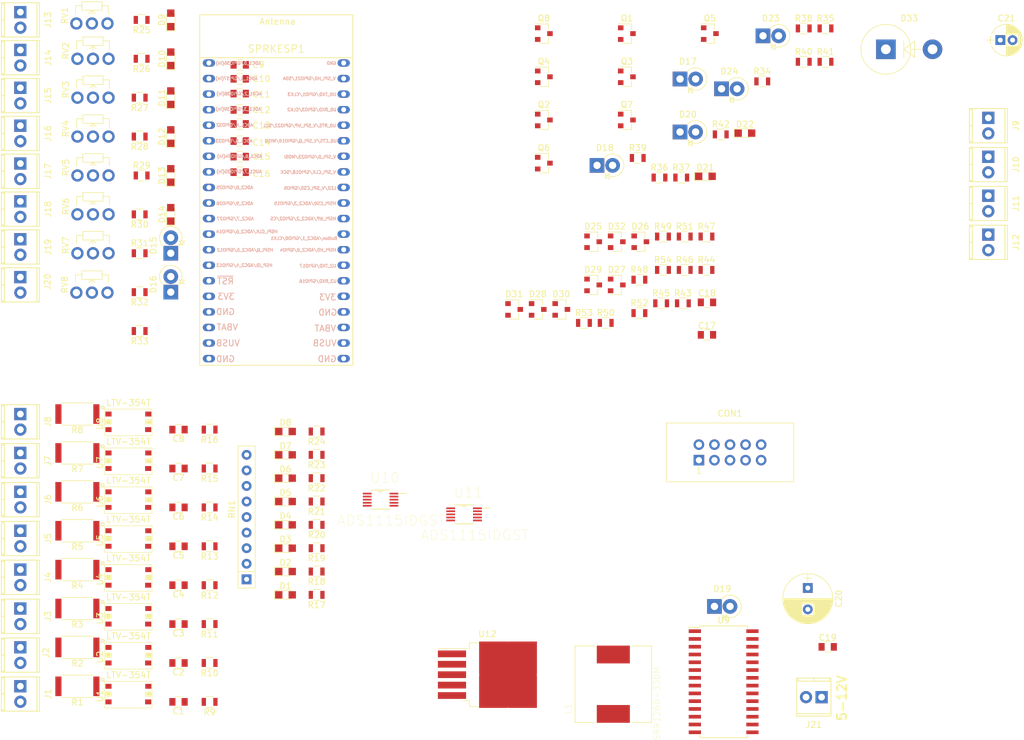
<source format=kicad_pcb>
(kicad_pcb (version 20170123) (host pcbnew "(2017-05-12 revision b823d0b78)-makepkg")
  (layers (0 F.Cu signal) (31 B.Cu signal) (34 B.Paste user) (35 F.Paste user) (36 B.SilkS user) (37 F.SilkS user) (38 B.Mask user) (39 F.Mask user) (44 Edge.Cuts user))
  (net 0 "")
  (net 1 "Net-(J1-Pad2)")
  (net 2 "Net-(J1-Pad1)")
  (net 3 "Net-(J2-Pad2)")
  (net 4 "Net-(J2-Pad1)")
  (net 5 "Net-(J3-Pad2)")
  (net 6 "Net-(J3-Pad1)")
  (net 7 "Net-(J4-Pad2)")
  (net 8 "Net-(J4-Pad1)")
  (net 9 "Net-(J5-Pad2)")
  (net 10 "Net-(J5-Pad1)")
  (net 11 "Net-(J6-Pad2)")
  (net 12 "Net-(J6-Pad1)")
  (net 13 "Net-(J7-Pad2)")
  (net 14 "Net-(J7-Pad1)")
  (net 15 "Net-(J8-Pad2)")
  (net 16 "Net-(J8-Pad1)")
  (net 17 "Net-(R1-Pad1)")
  (net 18 "Net-(R2-Pad1)")
  (net 19 "Net-(R3-Pad1)")
  (net 20 "Net-(R4-Pad1)")
  (net 21 "Net-(R5-Pad1)")
  (net 22 "Net-(R6-Pad1)")
  (net 23 "Net-(R7-Pad1)")
  (net 24 "Net-(R8-Pad1)")
  (net 25 "Net-(C1-Pad1)")
  (net 26 "Net-(C2-Pad1)")
  (net 27 "Net-(C3-Pad1)")
  (net 28 "Net-(C4-Pad1)")
  (net 29 "Net-(C5-Pad1)")
  (net 30 "Net-(C6-Pad1)")
  (net 31 "Net-(C7-Pad1)")
  (net 32 DI1)
  (net 33 DI2)
  (net 34 DI3)
  (net 35 DI4)
  (net 36 DI5)
  (net 37 DI6)
  (net 38 DI7)
  (net 39 DI8)
  (net 40 "Net-(C8-Pad1)")
  (net 41 "Net-(D1-Pad2)")
  (net 42 "Net-(D2-Pad2)")
  (net 43 "Net-(D3-Pad2)")
  (net 44 "Net-(D4-Pad2)")
  (net 45 "Net-(D5-Pad2)")
  (net 46 "Net-(D6-Pad2)")
  (net 47 "Net-(D7-Pad2)")
  (net 48 "Net-(D8-Pad2)")
  (net 49 AI1)
  (net 50 "Net-(SPRKESP1-Pad39)")
  (net 51 AI2)
  (net 52 AI3)
  (net 53 AI4)
  (net 54 "Net-(SPRKESP1-Pad36)")
  (net 55 AI6)
  (net 56 AI7)
  (net 57 "Net-(SPRKESP1-Pad34)")
  (net 58 AI8)
  (net 59 "Net-(SPRKESP1-Pad11)")
  (net 60 "Net-(SPRKESP1-Pad23)")
  (net 61 "Net-(SPRKESP1-Pad18)")
  (net 62 "Net-(SPRKESP1-Pad19)")
  (net 63 "Net-(U4-Pad2)")
  (net 64 "Net-(U4-Pad5)")
  (net 65 "Net-(U8-Pad2)")
  (net 66 "Net-(U8-Pad5)")
  (net 67 "Net-(U1-Pad2)")
  (net 68 "Net-(U1-Pad5)")
  (net 69 "Net-(U3-Pad2)")
  (net 70 "Net-(U3-Pad5)")
  (net 71 "Net-(U5-Pad2)")
  (net 72 "Net-(U5-Pad5)")
  (net 73 "Net-(U6-Pad2)")
  (net 74 "Net-(U6-Pad5)")
  (net 75 "Net-(U7-Pad2)")
  (net 76 "Net-(U7-Pad5)")
  (net 77 "Net-(U2-Pad2)")
  (net 78 "Net-(U2-Pad5)")
  (net 79 AI5)
  (net 80 "Net-(J16-Pad1)")
  (net 81 "Net-(J15-Pad1)")
  (net 82 "Net-(J14-Pad1)")
  (net 83 "Net-(J13-Pad1)")
  (net 84 JTAG:MTDO)
  (net 85 JTAG:MTMS)
  (net 86 JTAG:MTDI)
  (net 87 JTAG:MTCK)
  (net 88 "Net-(CON1-Pad8)")
  (net 89 "Net-(CON1-Pad7)")
  (net 90 GND)
  (net 91 "Net-(SPRKESP1-Pad22)")
  (net 92 "Net-(SPRKESP1-Pad26)")
  (net 93 "Net-(SPRKESP1-Pad27)")
  (net 94 "Net-(SPRKESP1-Pad28)")
  (net 95 "Net-(SPRKESP1-Pad29)")
  (net 96 "Net-(SPRKESP1-Pad30)")
  (net 97 "Net-(SPRKESP1-Pad32)")
  (net 98 "Net-(SPRKESP1-Pad6)")
  (net 99 "Net-(SPRKESP1-Pad5)")
  (net 100 "Net-(SPRKESP1-Pad4)")
  (net 101 "Net-(SPRKESP1-Pad37)")
  (net 102 "Net-(SPRKESP1-Pad3)")
  (net 103 "Net-(SPRKESP1-Pad38)")
  (net 104 DIGITAL_INTB)
  (net 105 DIGITAL_INTA)
  (net 106 DIGITAL_I2C_SDA)
  (net 107 DIGITAL_I2C_SCL)
  (net 108 DO8)
  (net 109 DO6)
  (net 110 DO5)
  (net 111 DO4)
  (net 112 DO3)
  (net 113 DO2)
  (net 114 DO1)
  (net 115 ANALOG_SDA)
  (net 116 ANALOG_SCL)
  (net 117 POWER3V3)
  (net 118 ~RESET)
  (net 119 ANALOG_RDY_2)
  (net 120 ANALOG_RDY_1)
  (net 121 "Net-(D33-Pad1)")
  (net 122 "Net-(C20-Pad1)")
  (net 123 "Net-(D12-Pad1)")
  (net 124 "Net-(Q4-Pad1)")
  (net 125 "Net-(Q8-Pad1)")
  (net 126 "Net-(D22-Pad1)")
  (net 127 "Net-(D21-Pad1)")
  (net 128 "Net-(Q7-Pad1)")
  (net 129 "Net-(Q6-Pad1)")
  (net 130 "Net-(D14-Pad1)")
  (net 131 "Net-(D13-Pad1)")
  (net 132 "Net-(Q5-Pad1)")
  (net 133 "Net-(Q3-Pad1)")
  (net 134 "Net-(D11-Pad1)")
  (net 135 "Net-(D10-Pad1)")
  (net 136 "Net-(Q2-Pad1)")
  (net 137 "Net-(Q1-Pad1)")
  (net 138 "Net-(D15-Pad1)")
  (net 139 "Net-(D12-Pad2)")
  (net 140 "Net-(D21-Pad2)")
  (net 141 "Net-(D10-Pad2)")
  (net 142 "Net-(D11-Pad2)")
  (net 143 "Net-(D9-Pad2)")
  (net 144 "Net-(D14-Pad2)")
  (net 145 "Net-(R50-Pad2)")
  (net 146 "Net-(R49-Pad2)")
  (net 147 "Net-(R48-Pad2)")
  (net 148 "Net-(R47-Pad2)")
  (net 149 "Net-(R46-Pad2)")
  (net 150 "Net-(R45-Pad2)")
  (net 151 "Net-(R44-Pad2)")
  (net 152 "Net-(R43-Pad2)")
  (net 153 "Net-(D13-Pad2)")
  (net 154 "Net-(D22-Pad2)")
  (net 155 DO7)
  (net 156 "Net-(J17-Pad1)")
  (net 157 "Net-(J18-Pad1)")
  (net 158 "Net-(J19-Pad1)")
  (net 159 "Net-(J20-Pad1)")
  (module ADS1115IDGST:SOP50P490X110-10N (layer F.Cu) (at 139.75 108.72)
    (fp_text reference U11 (at 0.7112 -3.5814) (layer F.SilkS) (effects (font (size 1.64 1.64) (thickness 0.05))))
    (fp_text value ADS1115IDGST (at 1.7526 3.4036) (layer F.SilkS) (effects (font (size 1.64 1.64) (thickness 0.05))))
    (pad 10 smd rect (at 2.1844 -0.9906) (size 1.4224 0.2794) (layers F.Cu F.Paste F.Mask) (net 116 ANALOG_SCL))
    (pad 9 smd rect (at 2.1844 -0.508) (size 1.4224 0.2794) (layers F.Cu F.Paste F.Mask) (net 115 ANALOG_SDA))
    (pad 8 smd rect (at 2.1844 0) (size 1.4224 0.2794) (layers F.Cu F.Paste F.Mask) (net 117 POWER3V3))
    (pad 7 smd rect (at 2.1844 0.508) (size 1.4224 0.2794) (layers F.Cu F.Paste F.Mask) (net 58 AI8))
    (pad 6 smd rect (at 2.1844 0.9906) (size 1.4224 0.2794) (layers F.Cu F.Paste F.Mask) (net 56 AI7))
    (pad 5 smd rect (at -2.1844 0.9906) (size 1.4224 0.2794) (layers F.Cu F.Paste F.Mask) (net 55 AI6))
    (pad 4 smd rect (at -2.1844 0.508) (size 1.4224 0.2794) (layers F.Cu F.Paste F.Mask) (net 79 AI5))
    (pad 3 smd rect (at -2.1844 0) (size 1.4224 0.2794) (layers F.Cu F.Paste F.Mask) (net 90 GND))
    (pad 2 smd rect (at -2.1844 -0.508) (size 1.4224 0.2794) (layers F.Cu F.Paste F.Mask) (net 119 ANALOG_RDY_2))
    (pad 1 smd rect (at -2.1844 -0.9906) (size 1.4224 0.2794) (layers F.Cu F.Paste F.Mask) (net 117 POWER3V3))
  )
  (module ADS1115IDGST:SOP50P490X110-10N (layer F.Cu) (at 126.12 106.315)
    (fp_text reference U10 (at 0.7112 -3.5814) (layer F.SilkS) (effects (font (size 1.64 1.64) (thickness 0.05))))
    (fp_text value ADS1115IDGST (at 1.7526 3.4036) (layer F.SilkS) (effects (font (size 1.64 1.64) (thickness 0.05))))
    (pad 1 smd rect (at -2.1844 -0.9906) (size 1.4224 0.2794) (layers F.Cu F.Paste F.Mask) (net 90 GND))
    (pad 2 smd rect (at -2.1844 -0.508) (size 1.4224 0.2794) (layers F.Cu F.Paste F.Mask) (net 120 ANALOG_RDY_1))
    (pad 3 smd rect (at -2.1844 0) (size 1.4224 0.2794) (layers F.Cu F.Paste F.Mask) (net 90 GND))
    (pad 4 smd rect (at -2.1844 0.508) (size 1.4224 0.2794) (layers F.Cu F.Paste F.Mask) (net 49 AI1))
    (pad 5 smd rect (at -2.1844 0.9906) (size 1.4224 0.2794) (layers F.Cu F.Paste F.Mask) (net 51 AI2))
    (pad 6 smd rect (at 2.1844 0.9906) (size 1.4224 0.2794) (layers F.Cu F.Paste F.Mask) (net 52 AI3))
    (pad 7 smd rect (at 2.1844 0.508) (size 1.4224 0.2794) (layers F.Cu F.Paste F.Mask) (net 53 AI4))
    (pad 8 smd rect (at 2.1844 0) (size 1.4224 0.2794) (layers F.Cu F.Paste F.Mask) (net 117 POWER3V3))
    (pad 9 smd rect (at 2.1844 -0.508) (size 1.4224 0.2794) (layers F.Cu F.Paste F.Mask) (net 115 ANALOG_SDA))
    (pad 10 smd rect (at 2.1844 -0.9906) (size 1.4224 0.2794) (layers F.Cu F.Paste F.Mask) (net 116 ANALOG_SCL))
  )
  (module Capacitors_SMD:C_0805 (layer F.Cu) (at 199.12 130.35)
    (fp_text reference C19 (at 0 -1.5) (layer F.SilkS))
    (fp_text value 100n)
    (pad 2 smd rect (at 1 0) (size 1 1.25) (layers F.Cu F.Paste F.Mask) (net 90 GND))
    (pad 1 smd rect (at -1 0) (size 1 1.25) (layers F.Cu F.Paste F.Mask) (net 117 POWER3V3))
  )
  (module Capacitors_SMD:C_0805 (layer F.Cu) (at 179.405952 79.4075)
    (fp_text reference C17 (at 0 -1.5) (layer F.SilkS))
    (fp_text value 100n)
    (pad 2 smd rect (at 1 0) (size 1 1.25) (layers F.Cu F.Paste F.Mask) (net 90 GND))
    (pad 1 smd rect (at -1 0) (size 1 1.25) (layers F.Cu F.Paste F.Mask) (net 79 AI5))
  )
  (module Capacitors_SMD:C_0805 (layer F.Cu) (at 179.405952 74.1075)
    (fp_text reference C18 (at 0 -1.5) (layer F.SilkS))
    (fp_text value 100n)
    (pad 2 smd rect (at 1 0) (size 1 1.25) (layers F.Cu F.Paste F.Mask) (net 90 GND))
    (pad 1 smd rect (at -1 0) (size 1 1.25) (layers F.Cu F.Paste F.Mask) (net 117 POWER3V3))
  )
  (module Capacitors_THT:CP_Radial_D5.0mm_P2.00mm (layer F.Cu) (at 227.300001 31.2875)
    (fp_text reference C21 (at 1 -3.56) (layer F.SilkS))
    (fp_text value 220uF)
    (pad 2 thru_hole circle (at 2 0) (size 1.6 1.6) (drill 0.8) (layers *.Cu *.Mask) (net 90 GND))
    (pad 1 thru_hole rect (at 0 0) (size 1.6 1.6) (drill 0.8) (layers *.Cu *.Mask) (net 117 POWER3V3))
  )
  (module Capacitors_THT:CP_Radial_D8.0mm_P3.50mm (layer F.Cu) (at 195.87 120.73 270)
    (fp_text reference C20 (at 1.75 -5.06 270) (layer F.SilkS))
    (fp_text value 680uF)
    (pad 2 thru_hole circle (at 3.5 0 270) (size 1.6 1.6) (drill 0.8) (layers *.Cu *.Mask) (net 90 GND))
    (pad 1 thru_hole rect (at 0 0 270) (size 1.6 1.6) (drill 0.8) (layers *.Cu *.Mask) (net 122 "Net-(C20-Pad1)"))
  )
  (module Connectors_Terminal_Blocks:TerminalBlock_Pheonix_MPT-2.54mm_2pol (layer F.Cu) (at 67.31 63.796961 270)
    (fp_text reference J19 (at 1.27 -4.50088 270) (layer F.SilkS))
    (fp_text value AI7)
    (pad 1 thru_hole rect (at 0 0 270) (size 1.99898 1.99898) (drill 1.09728) (layers *.Cu *.Mask) (net 158 "Net-(J19-Pad1)"))
    (pad 2 thru_hole oval (at 2.54 0 270) (size 1.99898 1.99898) (drill 1.09728) (layers *.Cu *.Mask) (net 90 GND))
  )
  (module Connectors_Terminal_Blocks:TerminalBlock_Pheonix_MPT-2.54mm_2pol (layer F.Cu) (at 198.12 138.557 180)
    (fp_text reference J21 (at 1.27 -4.50088 180) (layer F.SilkS))
    (fp_text value 12V)
    (pad 1 thru_hole rect (at 0 0 180) (size 1.99898 1.99898) (drill 1.09728) (layers *.Cu *.Mask) (net 90 GND))
    (pad 2 thru_hole oval (at 2.54 0 180) (size 1.99898 1.99898) (drill 1.09728) (layers *.Cu *.Mask) (net 122 "Net-(C20-Pad1)"))
  )
  (module Connectors_Terminal_Blocks:TerminalBlock_Pheonix_MPT-2.54mm_2pol (layer F.Cu) (at 67.31 57.616927 270)
    (fp_text reference J18 (at 1.27 -4.50088 270) (layer F.SilkS))
    (fp_text value AI6)
    (pad 2 thru_hole oval (at 2.54 0 270) (size 1.99898 1.99898) (drill 1.09728) (layers *.Cu *.Mask) (net 90 GND))
    (pad 1 thru_hole rect (at 0 0 270) (size 1.99898 1.99898) (drill 1.09728) (layers *.Cu *.Mask) (net 157 "Net-(J18-Pad1)"))
  )
  (module Connectors_Terminal_Blocks:TerminalBlock_Pheonix_MPT-2.54mm_2pol (layer F.Cu) (at 67.31 51.436893 270)
    (fp_text reference J17 (at 1.27 -4.50088 270) (layer F.SilkS))
    (fp_text value AI5)
    (pad 1 thru_hole rect (at 0 0 270) (size 1.99898 1.99898) (drill 1.09728) (layers *.Cu *.Mask) (net 156 "Net-(J17-Pad1)"))
    (pad 2 thru_hole oval (at 2.54 0 270) (size 1.99898 1.99898) (drill 1.09728) (layers *.Cu *.Mask) (net 90 GND))
  )
  (module Diodes_SMD:D_SOT-23_ANK (layer F.Cu) (at 151.775001 75.2575)
    (fp_text reference D28 (at 0 -2.5) (layer F.SilkS))
    (fp_text value 3.3V)
    (pad 2 smd rect (at -1 -0.95) (size 0.9 0.8) (layers F.Cu F.Paste F.Mask) (net 90 GND))
    (pad "" smd rect (at -1 0.95) (size 0.9 0.8) (layers F.Cu F.Paste F.Mask))
    (pad 1 smd rect (at 1 0) (size 0.9 0.8) (layers F.Cu F.Paste F.Mask) (net 49 AI1))
  )
  (module Diodes_SMD:D_SOT-23_ANK (layer F.Cu) (at 147.925001 75.2575)
    (fp_text reference D31 (at 0 -2.5) (layer F.SilkS))
    (fp_text value 3.3V)
    (pad 1 smd rect (at 1 0) (size 0.9 0.8) (layers F.Cu F.Paste F.Mask) (net 53 AI4))
    (pad "" smd rect (at -1 0.95) (size 0.9 0.8) (layers F.Cu F.Paste F.Mask))
    (pad 2 smd rect (at -1 -0.95) (size 0.9 0.8) (layers F.Cu F.Paste F.Mask) (net 90 GND))
  )
  (module Diodes_SMD:D_SOT-23_ANK (layer F.Cu) (at 155.625001 75.2575)
    (fp_text reference D30 (at 0 -2.5) (layer F.SilkS))
    (fp_text value 3.3V)
    (pad 2 smd rect (at -1 -0.95) (size 0.9 0.8) (layers F.Cu F.Paste F.Mask) (net 90 GND))
    (pad "" smd rect (at -1 0.95) (size 0.9 0.8) (layers F.Cu F.Paste F.Mask))
    (pad 1 smd rect (at 1 0) (size 0.9 0.8) (layers F.Cu F.Paste F.Mask) (net 52 AI3))
  )
  (module Diodes_SMD:D_SOT-23_ANK (layer F.Cu) (at 160.825001 71.2575)
    (fp_text reference D29 (at 0 -2.5) (layer F.SilkS))
    (fp_text value 3.3V)
    (pad 1 smd rect (at 1 0) (size 0.9 0.8) (layers F.Cu F.Paste F.Mask) (net 51 AI2))
    (pad "" smd rect (at -1 0.95) (size 0.9 0.8) (layers F.Cu F.Paste F.Mask))
    (pad 2 smd rect (at -1 -0.95) (size 0.9 0.8) (layers F.Cu F.Paste F.Mask) (net 90 GND))
  )
  (module Diodes_SMD:D_SOT-23_ANK (layer F.Cu) (at 168.525001 64.2075)
    (fp_text reference D26 (at 0 -2.5) (layer F.SilkS))
    (fp_text value 3.3V)
    (pad 2 smd rect (at -1 -0.95) (size 0.9 0.8) (layers F.Cu F.Paste F.Mask) (net 90 GND))
    (pad "" smd rect (at -1 0.95) (size 0.9 0.8) (layers F.Cu F.Paste F.Mask))
    (pad 1 smd rect (at 1 0) (size 0.9 0.8) (layers F.Cu F.Paste F.Mask) (net 56 AI7))
  )
  (module Diodes_SMD:D_SOT-23_ANK (layer F.Cu) (at 164.675001 64.2075)
    (fp_text reference D32 (at 0 -2.5) (layer F.SilkS))
    (fp_text value 3.3V)
    (pad 1 smd rect (at 1 0) (size 0.9 0.8) (layers F.Cu F.Paste F.Mask) (net 79 AI5))
    (pad "" smd rect (at -1 0.95) (size 0.9 0.8) (layers F.Cu F.Paste F.Mask))
    (pad 2 smd rect (at -1 -0.95) (size 0.9 0.8) (layers F.Cu F.Paste F.Mask) (net 90 GND))
  )
  (module Diodes_SMD:D_SOT-23_ANK (layer F.Cu) (at 160.825001 64.2075)
    (fp_text reference D25 (at 0 -2.5) (layer F.SilkS))
    (fp_text value 3.3V)
    (pad 2 smd rect (at -1 -0.95) (size 0.9 0.8) (layers F.Cu F.Paste F.Mask) (net 90 GND))
    (pad "" smd rect (at -1 0.95) (size 0.9 0.8) (layers F.Cu F.Paste F.Mask))
    (pad 1 smd rect (at 1 0) (size 0.9 0.8) (layers F.Cu F.Paste F.Mask) (net 55 AI6))
  )
  (module Diodes_SMD:D_SOT-23_ANK (layer F.Cu) (at 164.675001 71.2575)
    (fp_text reference D27 (at 0 -2.5) (layer F.SilkS))
    (fp_text value 3.3V)
    (pad 1 smd rect (at 1 0) (size 0.9 0.8) (layers F.Cu F.Paste F.Mask) (net 58 AI8))
    (pad "" smd rect (at -1 0.95) (size 0.9 0.8) (layers F.Cu F.Paste F.Mask))
    (pad 2 smd rect (at -1 -0.95) (size 0.9 0.8) (layers F.Cu F.Paste F.Mask) (net 90 GND))
  )
  (module Diodes_THT:D_5KPW_P7.62mm_Vertical_AnodeUp (layer F.Cu) (at 208.615001 32.7875)
    (fp_text reference D33 (at 3.81 -5.06) (layer F.SilkS))
    (fp_text value 1N5822)
    (pad 2 thru_hole oval (at 7.62 0) (size 3.2 3.2) (drill 1.6) (layers *.Cu *.Mask) (net 90 GND))
    (pad 1 thru_hole rect (at 0 0) (size 3.2 3.2) (drill 1.6) (layers *.Cu *.Mask) (net 121 "Net-(D33-Pad1)"))
  )
  (module Diodes_THT:D_DO-15_P2.54mm_Vertical_KathodeUp (layer F.Cu) (at 175.009762 37.6375)
    (fp_text reference D17 (at 1.27 -2.86) (layer F.SilkS))
    (fp_text value 1N4007)
    (pad 1 thru_hole rect (at 0 0) (size 2.4 2.4) (drill 1.2) (layers *.Cu *.Mask) (net 134 "Net-(D11-Pad1)"))
    (pad 2 thru_hole oval (at 2.54 0) (size 2.4 2.4) (drill 1.2) (layers *.Cu *.Mask) (net 90 GND))
  )
  (module Diodes_THT:D_DO-15_P2.54mm_Vertical_KathodeUp (layer F.Cu) (at 181.789762 39.2375)
    (fp_text reference D24 (at 1.27 -2.86) (layer F.SilkS))
    (fp_text value 1N4007)
    (pad 2 thru_hole oval (at 2.54 0) (size 2.4 2.4) (drill 1.2) (layers *.Cu *.Mask) (net 90 GND))
    (pad 1 thru_hole rect (at 0 0) (size 2.4 2.4) (drill 1.2) (layers *.Cu *.Mask) (net 126 "Net-(D22-Pad1)"))
  )
  (module Diodes_THT:D_DO-15_P2.54mm_Vertical_KathodeUp (layer F.Cu) (at 175.009762 46.2875)
    (fp_text reference D20 (at 1.27 -2.86) (layer F.SilkS))
    (fp_text value 1N4007)
    (pad 1 thru_hole rect (at 0 0) (size 2.4 2.4) (drill 1.2) (layers *.Cu *.Mask) (net 130 "Net-(D14-Pad1)"))
    (pad 2 thru_hole oval (at 2.54 0) (size 2.4 2.4) (drill 1.2) (layers *.Cu *.Mask) (net 90 GND))
  )
  (module Diodes_THT:D_DO-15_P2.54mm_Vertical_KathodeUp (layer F.Cu) (at 161.459762 51.7375)
    (fp_text reference D18 (at 1.27 -2.86) (layer F.SilkS))
    (fp_text value 1N4007)
    (pad 2 thru_hole oval (at 2.54 0) (size 2.4 2.4) (drill 1.2) (layers *.Cu *.Mask) (net 90 GND))
    (pad 1 thru_hole rect (at 0 0) (size 2.4 2.4) (drill 1.2) (layers *.Cu *.Mask) (net 123 "Net-(D12-Pad1)"))
  )
  (module Diodes_THT:D_DO-15_P2.54mm_Vertical_KathodeUp (layer F.Cu) (at 91.867131 72.436757 90)
    (fp_text reference D16 (at 1.27 -2.86 90) (layer F.SilkS))
    (fp_text value 1N4007)
    (pad 1 thru_hole rect (at 0 0 90) (size 2.4 2.4) (drill 1.2) (layers *.Cu *.Mask) (net 135 "Net-(D10-Pad1)"))
    (pad 2 thru_hole oval (at 2.54 0 90) (size 2.4 2.4) (drill 1.2) (layers *.Cu *.Mask) (net 90 GND))
  )
  (module Diodes_THT:D_DO-15_P2.54mm_Vertical_KathodeUp (layer F.Cu) (at 91.867131 66.086757 90)
    (fp_text reference D15 (at 1.27 -2.86 90) (layer F.SilkS))
    (fp_text value 1N4007)
    (pad 2 thru_hole oval (at 2.54 0 90) (size 2.4 2.4) (drill 1.2) (layers *.Cu *.Mask) (net 90 GND))
    (pad 1 thru_hole rect (at 0 0 90) (size 2.4 2.4) (drill 1.2) (layers *.Cu *.Mask) (net 138 "Net-(D15-Pad1)"))
  )
  (module Diodes_THT:D_DO-15_P2.54mm_Vertical_KathodeUp (layer F.Cu) (at 188.559762 30.5875)
    (fp_text reference D23 (at 1.27 -2.86) (layer F.SilkS))
    (fp_text value 1N4007)
    (pad 1 thru_hole rect (at 0 0) (size 2.4 2.4) (drill 1.2) (layers *.Cu *.Mask) (net 127 "Net-(D21-Pad1)"))
    (pad 2 thru_hole oval (at 2.54 0) (size 2.4 2.4) (drill 1.2) (layers *.Cu *.Mask) (net 90 GND))
  )
  (module Diodes_THT:D_DO-15_P2.54mm_Vertical_KathodeUp (layer F.Cu) (at 180.63 123.746)
    (fp_text reference D19 (at 1.27 -2.86) (layer F.SilkS))
    (fp_text value 1N4007)
    (pad 2 thru_hole oval (at 2.54 0) (size 2.4 2.4) (drill 1.2) (layers *.Cu *.Mask) (net 90 GND))
    (pad 1 thru_hole rect (at 0 0) (size 2.4 2.4) (drill 1.2) (layers *.Cu *.Mask) (net 131 "Net-(D13-Pad1)"))
  )
  (module Housings_SOIC:SOIC-28W_7.5x17.9mm_Pitch1.27mm (layer F.Cu) (at 182.13 136.041)
    (fp_text reference U9 (at 0 -10.05) (layer F.SilkS))
    (fp_text value MCP23017)
    (pad 28 smd rect (at 4.7 -8.255) (size 2 0.6) (layers F.Cu F.Paste F.Mask) (net 39 DI8))
    (pad 27 smd rect (at 4.7 -6.985) (size 2 0.6) (layers F.Cu F.Paste F.Mask) (net 38 DI7))
    (pad 26 smd rect (at 4.7 -5.715) (size 2 0.6) (layers F.Cu F.Paste F.Mask) (net 37 DI6))
    (pad 25 smd rect (at 4.7 -4.445) (size 2 0.6) (layers F.Cu F.Paste F.Mask) (net 36 DI5))
    (pad 24 smd rect (at 4.7 -3.175) (size 2 0.6) (layers F.Cu F.Paste F.Mask) (net 35 DI4))
    (pad 23 smd rect (at 4.7 -1.905) (size 2 0.6) (layers F.Cu F.Paste F.Mask) (net 34 DI3))
    (pad 22 smd rect (at 4.7 -0.635) (size 2 0.6) (layers F.Cu F.Paste F.Mask) (net 33 DI2))
    (pad 21 smd rect (at 4.7 0.635) (size 2 0.6) (layers F.Cu F.Paste F.Mask) (net 32 DI1))
    (pad 20 smd rect (at 4.7 1.905) (size 2 0.6) (layers F.Cu F.Paste F.Mask) (net 104 DIGITAL_INTB))
    (pad 19 smd rect (at 4.7 3.175) (size 2 0.6) (layers F.Cu F.Paste F.Mask) (net 105 DIGITAL_INTA))
    (pad 18 smd rect (at 4.7 4.445) (size 2 0.6) (layers F.Cu F.Paste F.Mask) (net 118 ~RESET))
    (pad 17 smd rect (at 4.7 5.715) (size 2 0.6) (layers F.Cu F.Paste F.Mask) (net 117 POWER3V3))
    (pad 16 smd rect (at 4.7 6.985) (size 2 0.6) (layers F.Cu F.Paste F.Mask) (net 117 POWER3V3))
    (pad 15 smd rect (at 4.7 8.255) (size 2 0.6) (layers F.Cu F.Paste F.Mask) (net 90 GND))
    (pad 14 smd rect (at -4.7 8.255) (size 2 0.6) (layers F.Cu F.Paste F.Mask))
    (pad 13 smd rect (at -4.7 6.985) (size 2 0.6) (layers F.Cu F.Paste F.Mask) (net 106 DIGITAL_I2C_SDA))
    (pad 12 smd rect (at -4.7 5.715) (size 2 0.6) (layers F.Cu F.Paste F.Mask) (net 107 DIGITAL_I2C_SCL))
    (pad 11 smd rect (at -4.7 4.445) (size 2 0.6) (layers F.Cu F.Paste F.Mask))
    (pad 10 smd rect (at -4.7 3.175) (size 2 0.6) (layers F.Cu F.Paste F.Mask) (net 90 GND))
    (pad 9 smd rect (at -4.7 1.905) (size 2 0.6) (layers F.Cu F.Paste F.Mask) (net 117 POWER3V3))
    (pad 8 smd rect (at -4.7 0.635) (size 2 0.6) (layers F.Cu F.Paste F.Mask) (net 108 DO8))
    (pad 7 smd rect (at -4.7 -0.635) (size 2 0.6) (layers F.Cu F.Paste F.Mask) (net 155 DO7))
    (pad 6 smd rect (at -4.7 -1.905) (size 2 0.6) (layers F.Cu F.Paste F.Mask) (net 109 DO6))
    (pad 5 smd rect (at -4.7 -3.175) (size 2 0.6) (layers F.Cu F.Paste F.Mask) (net 110 DO5))
    (pad 4 smd rect (at -4.7 -4.445) (size 2 0.6) (layers F.Cu F.Paste F.Mask) (net 111 DO4))
    (pad 3 smd rect (at -4.7 -5.715) (size 2 0.6) (layers F.Cu F.Paste F.Mask) (net 112 DO3))
    (pad 2 smd rect (at -4.7 -6.985) (size 2 0.6) (layers F.Cu F.Paste F.Mask) (net 113 DO2))
    (pad 1 smd rect (at -4.7 -8.255) (size 2 0.6) (layers F.Cu F.Paste F.Mask) (net 114 DO1))
  )
  (module LEDs:LED_0805 (layer F.Cu) (at 185.605001 46.4775)
    (fp_text reference D22 (at 0 -1.45) (layer F.SilkS))
    (fp_text value Red)
    (pad 2 smd rect (at 1.1 0 180) (size 1.2 1.2) (layers F.Cu F.Paste F.Mask) (net 154 "Net-(D22-Pad2)"))
    (pad 1 smd rect (at -1.1 0 180) (size 1.2 1.2) (layers F.Cu F.Paste F.Mask) (net 126 "Net-(D22-Pad1)"))
  )
  (module LEDs:LED_0805 (layer F.Cu) (at 179.155001 53.5275)
    (fp_text reference D21 (at 0 -1.45) (layer F.SilkS))
    (fp_text value Red)
    (pad 1 smd rect (at -1.1 0 180) (size 1.2 1.2) (layers F.Cu F.Paste F.Mask) (net 127 "Net-(D21-Pad1)"))
    (pad 2 smd rect (at 1.1 0 180) (size 1.2 1.2) (layers F.Cu F.Paste F.Mask) (net 140 "Net-(D21-Pad2)"))
  )
  (module LEDs:LED_0805 (layer F.Cu) (at 91.867131 53.386757 90)
    (fp_text reference D13 (at 0 -1.45 90) (layer F.SilkS))
    (fp_text value Red)
    (pad 2 smd rect (at 1.1 0 270) (size 1.2 1.2) (layers F.Cu F.Paste F.Mask) (net 153 "Net-(D13-Pad2)"))
    (pad 1 smd rect (at -1.1 0 270) (size 1.2 1.2) (layers F.Cu F.Paste F.Mask) (net 131 "Net-(D13-Pad1)"))
  )
  (module LEDs:LED_0805 (layer F.Cu) (at 91.867131 47.036757 90)
    (fp_text reference D12 (at 0 -1.45 90) (layer F.SilkS))
    (fp_text value Red)
    (pad 1 smd rect (at -1.1 0 270) (size 1.2 1.2) (layers F.Cu F.Paste F.Mask) (net 123 "Net-(D12-Pad1)"))
    (pad 2 smd rect (at 1.1 0 270) (size 1.2 1.2) (layers F.Cu F.Paste F.Mask) (net 139 "Net-(D12-Pad2)"))
  )
  (module LEDs:LED_0805 (layer F.Cu) (at 91.867131 40.686757 90)
    (fp_text reference D11 (at 0 -1.45 90) (layer F.SilkS))
    (fp_text value Red)
    (pad 2 smd rect (at 1.1 0 270) (size 1.2 1.2) (layers F.Cu F.Paste F.Mask) (net 142 "Net-(D11-Pad2)"))
    (pad 1 smd rect (at -1.1 0 270) (size 1.2 1.2) (layers F.Cu F.Paste F.Mask) (net 134 "Net-(D11-Pad1)"))
  )
  (module LEDs:LED_0805 (layer F.Cu) (at 91.867131 34.336757 90)
    (fp_text reference D10 (at 0 -1.45 90) (layer F.SilkS))
    (fp_text value Red)
    (pad 1 smd rect (at -1.1 0 270) (size 1.2 1.2) (layers F.Cu F.Paste F.Mask) (net 135 "Net-(D10-Pad1)"))
    (pad 2 smd rect (at 1.1 0 270) (size 1.2 1.2) (layers F.Cu F.Paste F.Mask) (net 141 "Net-(D10-Pad2)"))
  )
  (module LEDs:LED_0805 (layer F.Cu) (at 91.867131 27.986757 90)
    (fp_text reference D9 (at 0 -1.45 90) (layer F.SilkS))
    (fp_text value Red)
    (pad 2 smd rect (at 1.1 0 270) (size 1.2 1.2) (layers F.Cu F.Paste F.Mask) (net 143 "Net-(D9-Pad2)"))
    (pad 1 smd rect (at -1.1 0 270) (size 1.2 1.2) (layers F.Cu F.Paste F.Mask) (net 138 "Net-(D15-Pad1)"))
  )
  (module LEDs:LED_0805 (layer F.Cu) (at 91.867131 59.736757 90)
    (fp_text reference D14 (at 0 -1.45 90) (layer F.SilkS))
    (fp_text value Red)
    (pad 1 smd rect (at -1.1 0 270) (size 1.2 1.2) (layers F.Cu F.Paste F.Mask) (net 130 "Net-(D14-Pad1)"))
    (pad 2 smd rect (at 1.1 0 270) (size 1.2 1.2) (layers F.Cu F.Paste F.Mask) (net 144 "Net-(D14-Pad2)"))
  )
  (module Resistors_SMD:R_0805 (layer F.Cu) (at 195.205001 34.8275)
    (fp_text reference R40 (at 0 -1.65) (layer F.SilkS))
    (fp_text value 470)
    (pad 2 smd rect (at 0.95 0) (size 0.7 1.3) (layers F.Cu F.Paste F.Mask) (net 108 DO8))
    (pad 1 smd rect (at -0.95 0) (size 0.7 1.3) (layers F.Cu F.Paste F.Mask) (net 125 "Net-(Q8-Pad1)"))
  )
  (module Resistors_SMD:R_0805 (layer F.Cu) (at 168.105001 50.5275)
    (fp_text reference R39 (at 0 -1.65) (layer F.SilkS))
    (fp_text value 470)
    (pad 1 smd rect (at -0.95 0) (size 0.7 1.3) (layers F.Cu F.Paste F.Mask) (net 128 "Net-(Q7-Pad1)"))
    (pad 2 smd rect (at 0.95 0) (size 0.7 1.3) (layers F.Cu F.Paste F.Mask) (net 155 DO7))
  )
  (module Resistors_SMD:R_0805 (layer F.Cu) (at 195.205001 29.3775)
    (fp_text reference R38 (at 0 -1.65) (layer F.SilkS))
    (fp_text value 180)
    (pad 2 smd rect (at 0.95 0) (size 0.7 1.3) (layers F.Cu F.Paste F.Mask) (net 154 "Net-(D22-Pad2)"))
    (pad 1 smd rect (at -0.95 0) (size 0.7 1.3) (layers F.Cu F.Paste F.Mask) (net 117 POWER3V3))
  )
  (module Resistors_SMD:R_0805 (layer F.Cu) (at 159.325001 77.4575)
    (fp_text reference R53 (at 0 -1.65) (layer F.SilkS))
    (fp_text value 10k)
    (pad 1 smd rect (at -0.95 0) (size 0.7 1.3) (layers F.Cu F.Paste F.Mask) (net 117 POWER3V3))
    (pad 2 smd rect (at 0.95 0) (size 0.7 1.3) (layers F.Cu F.Paste F.Mask) (net 115 ANALOG_SDA))
  )
  (module Resistors_SMD:R_0805 (layer F.Cu) (at 171.655001 53.7275)
    (fp_text reference R36 (at 0 -1.65) (layer F.SilkS))
    (fp_text value 470)
    (pad 2 smd rect (at 0.95 0) (size 0.7 1.3) (layers F.Cu F.Paste F.Mask) (net 109 DO6))
    (pad 1 smd rect (at -0.95 0) (size 0.7 1.3) (layers F.Cu F.Paste F.Mask) (net 129 "Net-(Q6-Pad1)"))
  )
  (module Resistors_SMD:R_0805 (layer F.Cu) (at 198.755001 29.3775)
    (fp_text reference R35 (at 0 -1.65) (layer F.SilkS))
    (fp_text value 470)
    (pad 1 smd rect (at -0.95 0) (size 0.7 1.3) (layers F.Cu F.Paste F.Mask) (net 132 "Net-(Q5-Pad1)"))
    (pad 2 smd rect (at 0.95 0) (size 0.7 1.3) (layers F.Cu F.Paste F.Mask) (net 110 DO5))
  )
  (module Resistors_SMD:R_0805 (layer F.Cu) (at 188.435001 38.0275)
    (fp_text reference R34 (at 0 -1.65) (layer F.SilkS))
    (fp_text value 470)
    (pad 2 smd rect (at 0.95 0) (size 0.7 1.3) (layers F.Cu F.Paste F.Mask) (net 111 DO4))
    (pad 1 smd rect (at -0.95 0) (size 0.7 1.3) (layers F.Cu F.Paste F.Mask) (net 124 "Net-(Q4-Pad1)"))
  )
  (module Resistors_SMD:R_0805 (layer F.Cu) (at 181.655001 46.6775)
    (fp_text reference R42 (at 0 -1.65) (layer F.SilkS))
    (fp_text value 10k)
    (pad 1 smd rect (at -0.95 0) (size 0.7 1.3) (layers F.Cu F.Paste F.Mask) (net 117 POWER3V3))
    (pad 2 smd rect (at 0.95 0) (size 0.7 1.3) (layers F.Cu F.Paste F.Mask) (net 105 DIGITAL_INTA))
  )
  (module Resistors_SMD:R_0805 (layer F.Cu) (at 175.475001 74.2575)
    (fp_text reference R43 (at 0 -1.65) (layer F.SilkS))
    (fp_text value 1K)
    (pad 2 smd rect (at 0.95 0) (size 0.7 1.3) (layers F.Cu F.Paste F.Mask) (net 152 "Net-(R43-Pad2)"))
    (pad 1 smd rect (at -0.95 0) (size 0.7 1.3) (layers F.Cu F.Paste F.Mask) (net 55 AI6))
  )
  (module Resistors_SMD:R_0805 (layer F.Cu) (at 179.325001 68.8075)
    (fp_text reference R44 (at 0 -1.65) (layer F.SilkS))
    (fp_text value 1K)
    (pad 1 smd rect (at -0.95 0) (size 0.7 1.3) (layers F.Cu F.Paste F.Mask) (net 56 AI7))
    (pad 2 smd rect (at 0.95 0) (size 0.7 1.3) (layers F.Cu F.Paste F.Mask) (net 151 "Net-(R44-Pad2)"))
  )
  (module Resistors_SMD:R_0805 (layer F.Cu) (at 171.925001 74.2575)
    (fp_text reference R45 (at 0 -1.65) (layer F.SilkS))
    (fp_text value 1K)
    (pad 2 smd rect (at 0.95 0) (size 0.7 1.3) (layers F.Cu F.Paste F.Mask) (net 150 "Net-(R45-Pad2)"))
    (pad 1 smd rect (at -0.95 0) (size 0.7 1.3) (layers F.Cu F.Paste F.Mask) (net 58 AI8))
  )
  (module Resistors_SMD:R_0805 (layer F.Cu) (at 175.775001 68.8075)
    (fp_text reference R46 (at 0 -1.65) (layer F.SilkS))
    (fp_text value 1K)
    (pad 1 smd rect (at -0.95 0) (size 0.7 1.3) (layers F.Cu F.Paste F.Mask) (net 49 AI1))
    (pad 2 smd rect (at 0.95 0) (size 0.7 1.3) (layers F.Cu F.Paste F.Mask) (net 149 "Net-(R46-Pad2)"))
  )
  (module Resistors_SMD:R_0805 (layer F.Cu) (at 179.325001 63.3575)
    (fp_text reference R47 (at 0 -1.65) (layer F.SilkS))
    (fp_text value 1K)
    (pad 2 smd rect (at 0.95 0) (size 0.7 1.3) (layers F.Cu F.Paste F.Mask) (net 148 "Net-(R47-Pad2)"))
    (pad 1 smd rect (at -0.95 0) (size 0.7 1.3) (layers F.Cu F.Paste F.Mask) (net 51 AI2))
  )
  (module Resistors_SMD:R_0805 (layer F.Cu) (at 168.375001 70.4075)
    (fp_text reference R48 (at 0 -1.65) (layer F.SilkS))
    (fp_text value 1K)
    (pad 1 smd rect (at -0.95 0) (size 0.7 1.3) (layers F.Cu F.Paste F.Mask) (net 52 AI3))
    (pad 2 smd rect (at 0.95 0) (size 0.7 1.3) (layers F.Cu F.Paste F.Mask) (net 147 "Net-(R48-Pad2)"))
  )
  (module Resistors_SMD:R_0805 (layer F.Cu) (at 172.225001 63.3575)
    (fp_text reference R49 (at 0 -1.65) (layer F.SilkS))
    (fp_text value 1K)
    (pad 2 smd rect (at 0.95 0) (size 0.7 1.3) (layers F.Cu F.Paste F.Mask) (net 146 "Net-(R49-Pad2)"))
    (pad 1 smd rect (at -0.95 0) (size 0.7 1.3) (layers F.Cu F.Paste F.Mask) (net 53 AI4))
  )
  (module Resistors_SMD:R_0805 (layer F.Cu) (at 162.875001 77.4575)
    (fp_text reference R50 (at 0 -1.65) (layer F.SilkS))
    (fp_text value 1K)
    (pad 1 smd rect (at -0.95 0) (size 0.7 1.3) (layers F.Cu F.Paste F.Mask) (net 79 AI5))
    (pad 2 smd rect (at 0.95 0) (size 0.7 1.3) (layers F.Cu F.Paste F.Mask) (net 145 "Net-(R50-Pad2)"))
  )
  (module Resistors_SMD:R_0805 (layer F.Cu) (at 175.775001 63.3575)
    (fp_text reference R51 (at 0 -1.65) (layer F.SilkS))
    (fp_text value 10k)
    (pad 1 smd rect (at -0.95 0) (size 0.7 1.3) (layers F.Cu F.Paste F.Mask) (net 117 POWER3V3))
    (pad 2 smd rect (at 0.95 0) (size 0.7 1.3) (layers F.Cu F.Paste F.Mask) (net 120 ANALOG_RDY_1))
  )
  (module Resistors_SMD:R_0805 (layer F.Cu) (at 198.755001 34.8275)
    (fp_text reference R41 (at 0 -1.65) (layer F.SilkS))
    (fp_text value 10k)
    (pad 2 smd rect (at 0.95 0) (size 0.7 1.3) (layers F.Cu F.Paste F.Mask) (net 104 DIGITAL_INTB))
    (pad 1 smd rect (at -0.95 0) (size 0.7 1.3) (layers F.Cu F.Paste F.Mask) (net 117 POWER3V3))
  )
  (module Resistors_SMD:R_0805 (layer F.Cu) (at 172.225001 68.8075)
    (fp_text reference R54 (at 0 -1.65) (layer F.SilkS))
    (fp_text value 10k)
    (pad 2 smd rect (at 0.95 0) (size 0.7 1.3) (layers F.Cu F.Paste F.Mask) (net 116 ANALOG_SCL))
    (pad 1 smd rect (at -0.95 0) (size 0.7 1.3) (layers F.Cu F.Paste F.Mask) (net 117 POWER3V3))
  )
  (module Resistors_SMD:R_0805 (layer F.Cu) (at 168.375001 75.8575)
    (fp_text reference R52 (at 0 -1.65) (layer F.SilkS))
    (fp_text value 10k)
    (pad 2 smd rect (at 0.95 0) (size 0.7 1.3) (layers F.Cu F.Paste F.Mask) (net 119 ANALOG_RDY_2))
    (pad 1 smd rect (at -0.95 0) (size 0.7 1.3) (layers F.Cu F.Paste F.Mask) (net 117 POWER3V3))
  )
  (module Resistors_SMD:R_0805 (layer F.Cu) (at 175.205001 53.7275)
    (fp_text reference R37 (at 0 -1.65) (layer F.SilkS))
    (fp_text value 180)
    (pad 2 smd rect (at 0.95 0) (size 0.7 1.3) (layers F.Cu F.Paste F.Mask) (net 140 "Net-(D21-Pad2)"))
    (pad 1 smd rect (at -0.95 0) (size 0.7 1.3) (layers F.Cu F.Paste F.Mask) (net 117 POWER3V3))
  )
  (module Resistors_SMD:R_2512 (layer F.Cu) (at 76.618854 117.739702 180)
    (fp_text reference R4 (at 0 -2.6 180) (layer F.SilkS))
    (fp_text value 1k)
    (pad 1 smd rect (at -3.1 0 180) (size 1 3.2) (layers F.Cu F.Paste F.Mask) (net 20 "Net-(R4-Pad1)"))
    (pad 2 smd rect (at 3.1 0 180) (size 1 3.2) (layers F.Cu F.Paste F.Mask) (net 8 "Net-(J4-Pad1)"))
  )
  (module Resistors_SMD:R_2512 (layer F.Cu) (at 76.618854 136.789702 180)
    (fp_text reference R1 (at 0 -2.6 180) (layer F.SilkS))
    (fp_text value 1k)
    (pad 2 smd rect (at 3.1 0 180) (size 1 3.2) (layers F.Cu F.Paste F.Mask) (net 2 "Net-(J1-Pad1)"))
    (pad 1 smd rect (at -3.1 0 180) (size 1 3.2) (layers F.Cu F.Paste F.Mask) (net 17 "Net-(R1-Pad1)"))
  )
  (module Resistors_SMD:R_2512 (layer F.Cu) (at 76.618854 130.439702 180)
    (fp_text reference R2 (at 0 -2.6 180) (layer F.SilkS))
    (fp_text value 1k)
    (pad 1 smd rect (at -3.1 0 180) (size 1 3.2) (layers F.Cu F.Paste F.Mask) (net 18 "Net-(R2-Pad1)"))
    (pad 2 smd rect (at 3.1 0 180) (size 1 3.2) (layers F.Cu F.Paste F.Mask) (net 4 "Net-(J2-Pad1)"))
  )
  (module Resistors_SMD:R_2512 (layer F.Cu) (at 76.618854 124.089702 180)
    (fp_text reference R3 (at 0 -2.6 180) (layer F.SilkS))
    (fp_text value 1k)
    (pad 2 smd rect (at 3.1 0 180) (size 1 3.2) (layers F.Cu F.Paste F.Mask) (net 6 "Net-(J3-Pad1)"))
    (pad 1 smd rect (at -3.1 0 180) (size 1 3.2) (layers F.Cu F.Paste F.Mask) (net 19 "Net-(R3-Pad1)"))
  )
  (module Resistors_SMD:R_2512 (layer F.Cu) (at 76.618854 105.039702 180)
    (fp_text reference R6 (at 0 -2.6 180) (layer F.SilkS))
    (fp_text value 1k)
    (pad 1 smd rect (at -3.1 0 180) (size 1 3.2) (layers F.Cu F.Paste F.Mask) (net 22 "Net-(R6-Pad1)"))
    (pad 2 smd rect (at 3.1 0 180) (size 1 3.2) (layers F.Cu F.Paste F.Mask) (net 12 "Net-(J6-Pad1)"))
  )
  (module Resistors_SMD:R_2512 (layer F.Cu) (at 76.618854 98.689702 180)
    (fp_text reference R7 (at 0 -2.6 180) (layer F.SilkS))
    (fp_text value 1k)
    (pad 2 smd rect (at 3.1 0 180) (size 1 3.2) (layers F.Cu F.Paste F.Mask) (net 14 "Net-(J7-Pad1)"))
    (pad 1 smd rect (at -3.1 0 180) (size 1 3.2) (layers F.Cu F.Paste F.Mask) (net 23 "Net-(R7-Pad1)"))
  )
  (module Resistors_SMD:R_2512 (layer F.Cu) (at 76.618854 92.339702 180)
    (fp_text reference R8 (at 0 -2.6 180) (layer F.SilkS))
    (fp_text value 1k)
    (pad 1 smd rect (at -3.1 0 180) (size 1 3.2) (layers F.Cu F.Paste F.Mask) (net 24 "Net-(R8-Pad1)"))
    (pad 2 smd rect (at 3.1 0 180) (size 1 3.2) (layers F.Cu F.Paste F.Mask) (net 16 "Net-(J8-Pad1)"))
  )
  (module Resistors_SMD:R_2512 (layer F.Cu) (at 76.618854 111.389702 180)
    (fp_text reference R5 (at 0 -2.6 180) (layer F.SilkS))
    (fp_text value 1k)
    (pad 2 smd rect (at 3.1 0 180) (size 1 3.2) (layers F.Cu F.Paste F.Mask) (net 10 "Net-(J5-Pad1)"))
    (pad 1 smd rect (at -3.1 0 180) (size 1 3.2) (layers F.Cu F.Paste F.Mask) (net 21 "Net-(R5-Pad1)"))
  )
  (module SRR1260-330M:INDP125125X600N (layer F.Cu) (at 164.12 136.446 90)
    (fp_text reference L1 (at -4.01 -7.335 90) (layer F.SilkS) (effects (font (thickness 0.05))))
    (fp_text value SRR1260-330M (at -3.175 7.115 90) (layer F.SilkS) (effects (font (thickness 0.05))))
    (pad 1 smd rect (at -4.85 0 90) (size 2.9 5.4) (layers F.Cu F.Paste F.Mask) (net 117 POWER3V3))
    (pad 2 smd rect (at 4.85 0 90) (size 2.9 5.4) (layers F.Cu F.Paste F.Mask) (net 121 "Net-(D33-Pad1)"))
  )
  (module TO_SOT_Packages_SMD:SOT-23 (layer F.Cu) (at 166.325 30.2275)
    (fp_text reference Q1 (at 0 -2.5) (layer F.SilkS))
    (fp_text value ZXTN25050DFHTA)
    (pad 1 smd rect (at -1 -0.95) (size 0.9 0.8) (layers F.Cu F.Paste F.Mask) (net 137 "Net-(Q1-Pad1)"))
    (pad 2 smd rect (at -1 0.95) (size 0.9 0.8) (layers F.Cu F.Paste F.Mask) (net 90 GND))
    (pad 3 smd rect (at 1 0) (size 0.9 0.8) (layers F.Cu F.Paste F.Mask) (net 138 "Net-(D15-Pad1)"))
  )
  (module TO_SOT_Packages_SMD:SOT-23 (layer F.Cu) (at 152.775 44.3275)
    (fp_text reference Q2 (at 0 -2.5) (layer F.SilkS))
    (fp_text value ZXTN25050DFHTA)
    (pad 3 smd rect (at 1 0) (size 0.9 0.8) (layers F.Cu F.Paste F.Mask) (net 135 "Net-(D10-Pad1)"))
    (pad 2 smd rect (at -1 0.95) (size 0.9 0.8) (layers F.Cu F.Paste F.Mask) (net 90 GND))
    (pad 1 smd rect (at -1 -0.95) (size 0.9 0.8) (layers F.Cu F.Paste F.Mask) (net 136 "Net-(Q2-Pad1)"))
  )
  (module TO_SOT_Packages_SMD:SOT-23 (layer F.Cu) (at 166.325 37.2775)
    (fp_text reference Q3 (at 0 -2.5) (layer F.SilkS))
    (fp_text value ZXTN25050DFHTA)
    (pad 1 smd rect (at -1 -0.95) (size 0.9 0.8) (layers F.Cu F.Paste F.Mask) (net 133 "Net-(Q3-Pad1)"))
    (pad 2 smd rect (at -1 0.95) (size 0.9 0.8) (layers F.Cu F.Paste F.Mask) (net 90 GND))
    (pad 3 smd rect (at 1 0) (size 0.9 0.8) (layers F.Cu F.Paste F.Mask) (net 134 "Net-(D11-Pad1)"))
  )
  (module TO_SOT_Packages_SMD:SOT-23 (layer F.Cu) (at 179.875 30.2275)
    (fp_text reference Q5 (at 0 -2.5) (layer F.SilkS))
    (fp_text value ZXTN25050DFHTA)
    (pad 3 smd rect (at 1 0) (size 0.9 0.8) (layers F.Cu F.Paste F.Mask) (net 131 "Net-(D13-Pad1)"))
    (pad 2 smd rect (at -1 0.95) (size 0.9 0.8) (layers F.Cu F.Paste F.Mask) (net 90 GND))
    (pad 1 smd rect (at -1 -0.95) (size 0.9 0.8) (layers F.Cu F.Paste F.Mask) (net 132 "Net-(Q5-Pad1)"))
  )
  (module TO_SOT_Packages_SMD:SOT-23 (layer F.Cu) (at 152.775 51.3775)
    (fp_text reference Q6 (at 0 -2.5) (layer F.SilkS))
    (fp_text value ZXTN25050DFHTA)
    (pad 1 smd rect (at -1 -0.95) (size 0.9 0.8) (layers F.Cu F.Paste F.Mask) (net 129 "Net-(Q6-Pad1)"))
    (pad 2 smd rect (at -1 0.95) (size 0.9 0.8) (layers F.Cu F.Paste F.Mask) (net 90 GND))
    (pad 3 smd rect (at 1 0) (size 0.9 0.8) (layers F.Cu F.Paste F.Mask) (net 130 "Net-(D14-Pad1)"))
  )
  (module TO_SOT_Packages_SMD:SOT-23 (layer F.Cu) (at 166.325 44.3275)
    (fp_text reference Q7 (at 0 -2.5) (layer F.SilkS))
    (fp_text value ZXTN25050DFHTA)
    (pad 3 smd rect (at 1 0) (size 0.9 0.8) (layers F.Cu F.Paste F.Mask) (net 127 "Net-(D21-Pad1)"))
    (pad 2 smd rect (at -1 0.95) (size 0.9 0.8) (layers F.Cu F.Paste F.Mask) (net 90 GND))
    (pad 1 smd rect (at -1 -0.95) (size 0.9 0.8) (layers F.Cu F.Paste F.Mask) (net 128 "Net-(Q7-Pad1)"))
  )
  (module TO_SOT_Packages_SMD:SOT-23 (layer F.Cu) (at 152.775 30.2275)
    (fp_text reference Q8 (at 0 -2.5) (layer F.SilkS))
    (fp_text value ZXTN25050DFHTA)
    (pad 1 smd rect (at -1 -0.95) (size 0.9 0.8) (layers F.Cu F.Paste F.Mask) (net 125 "Net-(Q8-Pad1)"))
    (pad 2 smd rect (at -1 0.95) (size 0.9 0.8) (layers F.Cu F.Paste F.Mask) (net 90 GND))
    (pad 3 smd rect (at 1 0) (size 0.9 0.8) (layers F.Cu F.Paste F.Mask) (net 126 "Net-(D22-Pad1)"))
  )
  (module TO_SOT_Packages_SMD:SOT-23 (layer F.Cu) (at 152.775 37.2775)
    (fp_text reference Q4 (at 0 -2.5) (layer F.SilkS))
    (fp_text value ZXTN25050DFHTA)
    (pad 3 smd rect (at 1 0) (size 0.9 0.8) (layers F.Cu F.Paste F.Mask) (net 123 "Net-(D12-Pad1)"))
    (pad 2 smd rect (at -1 0.95) (size 0.9 0.8) (layers F.Cu F.Paste F.Mask) (net 90 GND))
    (pad 1 smd rect (at -1 -0.95) (size 0.9 0.8) (layers F.Cu F.Paste F.Mask) (net 124 "Net-(Q4-Pad1)"))
  )
  (module TO_SOT_Packages_SMD:TO-263-5_TabPin3 (layer F.Cu) (at 143.552 134.893)
    (fp_text reference U12 (at 0 -6.65) (layer F.SilkS))
    (fp_text value LM2596S-3.3)
    (pad 3 smd rect (at 0.95 2.775) (size 4.55 5.25) (layers F.Cu F.Paste) (net 90 GND))
    (pad 3 smd rect (at 5.8 -2.775) (size 4.55 5.25) (layers F.Cu F.Paste) (net 90 GND))
    (pad 3 smd rect (at 0.95 -2.775) (size 4.55 5.25) (layers F.Cu F.Paste) (net 90 GND))
    (pad 3 smd rect (at 5.8 2.775) (size 4.55 5.25) (layers F.Cu F.Paste) (net 90 GND))
    (pad 3 smd rect (at 3.375 0) (size 9.4 10.8) (layers F.Cu F.Mask) (net 90 GND))
    (pad 5 smd rect (at -5.775 3.4) (size 4.6 1.1) (layers F.Cu F.Paste F.Mask) (net 90 GND))
    (pad 4 smd rect (at -5.775 1.7) (size 4.6 1.1) (layers F.Cu F.Paste F.Mask) (net 117 POWER3V3))
    (pad 3 smd rect (at -5.775 0) (size 4.6 1.1) (layers F.Cu F.Paste F.Mask) (net 90 GND))
    (pad 2 smd rect (at -5.775 -1.7) (size 4.6 1.1) (layers F.Cu F.Paste F.Mask) (net 121 "Net-(D33-Pad1)"))
    (pad 1 smd rect (at -5.775 -3.4) (size 4.6 1.1) (layers F.Cu F.Paste F.Mask) (net 122 "Net-(C20-Pad1)"))
  )
  (module Connectors_Terminal_Blocks:TerminalBlock_Pheonix_MPT-2.54mm_2pol (layer F.Cu) (at 67.31 69.976995 270)
    (fp_text reference J20 (at 0.762 -4.445 270) (layer F.SilkS))
    (fp_text value AI8)
    (pad 1 thru_hole rect (at 0 0 270) (size 1.99898 1.99898) (drill 1.09728) (layers *.Cu *.Mask) (net 159 "Net-(J20-Pad1)"))
    (pad 2 thru_hole oval (at 2.54 0 270) (size 1.99898 1.99898) (drill 1.09728) (layers *.Cu *.Mask) (net 90 GND))
  )
  (module Connectors:IDC_Header_Straight_10pins (layer F.Cu) (at 178.09 99.87)
    (fp_text reference CON1 (at 5.08 -7.62) (layer F.SilkS))
    (fp_text value AVR-JTAG-10)
    (fp_text user 1 (at 0.02 1.72) (layer F.SilkS) (effects (font (thickness 0.12))))
    (pad 10 thru_hole oval (at 10.16 -2.54) (size 1.7272 1.7272) (drill 1.016) (layers *.Cu *.Mask) (net 90 GND))
    (pad 9 thru_hole oval (at 10.16 0) (size 1.7272 1.7272) (drill 1.016) (layers *.Cu *.Mask) (net 86 JTAG:MTDI))
    (pad 8 thru_hole oval (at 7.62 -2.54) (size 1.7272 1.7272) (drill 1.016) (layers *.Cu *.Mask) (net 88 "Net-(CON1-Pad8)"))
    (pad 7 thru_hole oval (at 7.62 0) (size 1.7272 1.7272) (drill 1.016) (layers *.Cu *.Mask) (net 89 "Net-(CON1-Pad7)"))
    (pad 6 thru_hole oval (at 5.08 -2.54) (size 1.7272 1.7272) (drill 1.016) (layers *.Cu *.Mask) (net 118 ~RESET))
    (pad 5 thru_hole oval (at 5.08 0) (size 1.7272 1.7272) (drill 1.016) (layers *.Cu *.Mask) (net 85 JTAG:MTMS))
    (pad 4 thru_hole oval (at 2.54 -2.54) (size 1.7272 1.7272) (drill 1.016) (layers *.Cu *.Mask) (net 117 POWER3V3))
    (pad 3 thru_hole oval (at 2.54 0) (size 1.7272 1.7272) (drill 1.016) (layers *.Cu *.Mask) (net 84 JTAG:MTDO))
    (pad 2 thru_hole oval (at 0 -2.54) (size 1.7272 1.7272) (drill 1.016) (layers *.Cu *.Mask) (net 90 GND))
    (pad 1 thru_hole rect (at 0 0) (size 1.7272 1.7272) (drill 1.016) (layers *.Cu *.Mask) (net 87 JTAG:MTCK))
  )
  (module Capacitors_SMD:C_0805 (layer F.Cu) (at 103.12 52.85)
    (fp_text reference C16 (at 3.556 0.254) (layer F.SilkS))
    (fp_text value 100n)
    (pad 1 smd rect (at -1 0) (size 1 1.25) (layers F.Cu F.Paste F.Mask) (net 53 AI4))
    (pad 2 smd rect (at 1 0) (size 1 1.25) (layers F.Cu F.Paste F.Mask) (net 90 GND))
  )
  (module Capacitors_SMD:C_0805 (layer F.Cu) (at 103.12 50.31)
    (fp_text reference C15 (at 3.556 0) (layer F.SilkS))
    (fp_text value 100n)
    (pad 2 smd rect (at 1 0) (size 1 1.25) (layers F.Cu F.Paste F.Mask) (net 90 GND))
    (pad 1 smd rect (at -1 0) (size 1 1.25) (layers F.Cu F.Paste F.Mask) (net 52 AI3))
  )
  (module Capacitors_SMD:C_0805 (layer F.Cu) (at 103.12 47.77)
    (fp_text reference C14 (at 3.556 0.254) (layer F.SilkS))
    (fp_text value 100n)
    (pad 1 smd rect (at -1 0) (size 1 1.25) (layers F.Cu F.Paste F.Mask) (net 51 AI2))
    (pad 2 smd rect (at 1 0) (size 1 1.25) (layers F.Cu F.Paste F.Mask) (net 90 GND))
  )
  (module Capacitors_SMD:C_0805 (layer F.Cu) (at 103.12 44.976)
    (fp_text reference C13 (at 3.556 0.254) (layer F.SilkS))
    (fp_text value 100n)
    (pad 2 smd rect (at 1 0) (size 1 1.25) (layers F.Cu F.Paste F.Mask) (net 90 GND))
    (pad 1 smd rect (at -1 0) (size 1 1.25) (layers F.Cu F.Paste F.Mask) (net 49 AI1))
  )
  (module Capacitors_SMD:C_0805 (layer F.Cu) (at 103.12 42.69)
    (fp_text reference C12 (at 3.556 0) (layer F.SilkS))
    (fp_text value 100n)
    (pad 1 smd rect (at -1 0) (size 1 1.25) (layers F.Cu F.Paste F.Mask) (net 58 AI8))
    (pad 2 smd rect (at 1 0) (size 1 1.25) (layers F.Cu F.Paste F.Mask) (net 90 GND))
  )
  (module Capacitors_SMD:C_0805 (layer F.Cu) (at 103.12 40.023)
    (fp_text reference C11 (at 3.556 0.127) (layer F.SilkS))
    (fp_text value 100n)
    (pad 2 smd rect (at 1 0) (size 1 1.25) (layers F.Cu F.Paste F.Mask) (net 90 GND))
    (pad 1 smd rect (at -1 0) (size 1 1.25) (layers F.Cu F.Paste F.Mask) (net 56 AI7))
  )
  (module Capacitors_SMD:C_0805 (layer F.Cu) (at 103.12 37.61)
    (fp_text reference C10 (at 3.556 0) (layer F.SilkS))
    (fp_text value 100n)
    (pad 1 smd rect (at -1 0) (size 1 1.25) (layers F.Cu F.Paste F.Mask) (net 55 AI6))
    (pad 2 smd rect (at 1 0) (size 1 1.25) (layers F.Cu F.Paste F.Mask) (net 90 GND))
  )
  (module Capacitors_SMD:C_0805 (layer F.Cu) (at 103.12 35.324)
    (fp_text reference C9 (at 3.048 0) (layer F.SilkS))
    (fp_text value 100n)
    (pad 2 smd rect (at 1 0) (size 1 1.25) (layers F.Cu F.Paste F.Mask) (net 90 GND))
    (pad 1 smd rect (at -1 0) (size 1 1.25) (layers F.Cu F.Paste F.Mask) (net 117 POWER3V3))
  )
  (module Connectors_Terminal_Blocks:TerminalBlock_Pheonix_MPT-2.54mm_2pol (layer F.Cu) (at 67.31 39.076825 270)
    (fp_text reference J15 (at 1.27 -4.50088 270) (layer F.SilkS))
    (fp_text value AI3)
    (pad 1 thru_hole rect (at 0 0 270) (size 1.99898 1.99898) (drill 1.09728) (layers *.Cu *.Mask) (net 81 "Net-(J15-Pad1)"))
    (pad 2 thru_hole oval (at 2.54 0 270) (size 1.99898 1.99898) (drill 1.09728) (layers *.Cu *.Mask) (net 90 GND))
  )
  (module Connectors_Terminal_Blocks:TerminalBlock_Pheonix_MPT-2.54mm_2pol (layer F.Cu) (at 225.344131 63.038757 270)
    (fp_text reference J12 (at 1.27 -4.50088 270) (layer F.SilkS))
    (fp_text value DO7/8)
    (pad 2 thru_hole oval (at 2.54 0 270) (size 1.99898 1.99898) (drill 1.09728) (layers *.Cu *.Mask) (net 126 "Net-(D22-Pad1)"))
    (pad 1 thru_hole rect (at 0 0 270) (size 1.99898 1.99898) (drill 1.09728) (layers *.Cu *.Mask) (net 127 "Net-(D21-Pad1)"))
  )
  (module Connectors_Terminal_Blocks:TerminalBlock_Pheonix_MPT-2.54mm_2pol (layer F.Cu) (at 225.344131 56.688757 270)
    (fp_text reference J11 (at 1.27 -4.50088 270) (layer F.SilkS))
    (fp_text value DO5/6)
    (pad 1 thru_hole rect (at 0 0 270) (size 1.99898 1.99898) (drill 1.09728) (layers *.Cu *.Mask) (net 131 "Net-(D13-Pad1)"))
    (pad 2 thru_hole oval (at 2.54 0 270) (size 1.99898 1.99898) (drill 1.09728) (layers *.Cu *.Mask) (net 130 "Net-(D14-Pad1)"))
  )
  (module Connectors_Terminal_Blocks:TerminalBlock_Pheonix_MPT-2.54mm_2pol (layer F.Cu) (at 225.344131 50.338757 270)
    (fp_text reference J10 (at 1.27 -4.50088 270) (layer F.SilkS))
    (fp_text value DO3/4)
    (pad 2 thru_hole oval (at 2.54 0 270) (size 1.99898 1.99898) (drill 1.09728) (layers *.Cu *.Mask) (net 123 "Net-(D12-Pad1)"))
    (pad 1 thru_hole rect (at 0 0 270) (size 1.99898 1.99898) (drill 1.09728) (layers *.Cu *.Mask) (net 134 "Net-(D11-Pad1)"))
  )
  (module Connectors_Terminal_Blocks:TerminalBlock_Pheonix_MPT-2.54mm_2pol (layer F.Cu) (at 225.344131 43.988757 270)
    (fp_text reference J9 (at 1.27 -4.50088 270) (layer F.SilkS))
    (fp_text value DO1/2)
    (pad 1 thru_hole rect (at 0 0 270) (size 1.99898 1.99898) (drill 1.09728) (layers *.Cu *.Mask) (net 138 "Net-(D15-Pad1)"))
    (pad 2 thru_hole oval (at 2.54 0 270) (size 1.99898 1.99898) (drill 1.09728) (layers *.Cu *.Mask) (net 135 "Net-(D10-Pad1)"))
  )
  (module Connectors_Terminal_Blocks:TerminalBlock_Pheonix_MPT-2.54mm_2pol (layer F.Cu) (at 67.31 26.716757 270)
    (fp_text reference J13 (at 1.27 -4.50088 270) (layer F.SilkS))
    (fp_text value AI1)
    (pad 1 thru_hole rect (at 0 0 270) (size 1.99898 1.99898) (drill 1.09728) (layers *.Cu *.Mask) (net 83 "Net-(J13-Pad1)"))
    (pad 2 thru_hole oval (at 2.54 0 270) (size 1.99898 1.99898) (drill 1.09728) (layers *.Cu *.Mask) (net 90 GND))
  )
  (module Connectors_Terminal_Blocks:TerminalBlock_Pheonix_MPT-2.54mm_2pol (layer F.Cu) (at 67.31 45.256859 270)
    (fp_text reference J16 (at 1.27 -4.50088 270) (layer F.SilkS))
    (fp_text value AI4)
    (pad 2 thru_hole oval (at 2.54 0 270) (size 1.99898 1.99898) (drill 1.09728) (layers *.Cu *.Mask) (net 90 GND))
    (pad 1 thru_hole rect (at 0 0 270) (size 1.99898 1.99898) (drill 1.09728) (layers *.Cu *.Mask) (net 80 "Net-(J16-Pad1)"))
  )
  (module Connectors_Terminal_Blocks:TerminalBlock_Pheonix_MPT-2.54mm_2pol (layer F.Cu) (at 67.31 32.896791 270)
    (fp_text reference J14 (at 1.27 -4.50088 270) (layer F.SilkS))
    (fp_text value AI2)
    (pad 1 thru_hole rect (at 0 0 270) (size 1.99898 1.99898) (drill 1.09728) (layers *.Cu *.Mask) (net 82 "Net-(J14-Pad1)"))
    (pad 2 thru_hole oval (at 2.54 0 270) (size 1.99898 1.99898) (drill 1.09728) (layers *.Cu *.Mask) (net 90 GND))
  )
  (module Potentiometers:Potentiometer_WirePads_Small (layer F.Cu) (at 76.627131 66.086757 90)
    (fp_text reference RV7 (at 1.3 -1.9 90) (layer F.SilkS))
    (fp_text value 10k)
    (pad 2 thru_hole circle (at 0 2.54 90) (size 2 2) (drill 1.2) (layers *.Cu *.Mask) (net 151 "Net-(R44-Pad2)"))
    (pad 3 thru_hole circle (at 0 5.08 90) (size 2 2) (drill 1.2) (layers *.Cu *.Mask) (net 90 GND))
    (pad 1 thru_hole circle (at 0 0 90) (size 2 2) (drill 1.2) (layers *.Cu *.Mask) (net 158 "Net-(J19-Pad1)"))
  )
  (module Potentiometers:Potentiometer_WirePads_Small (layer F.Cu) (at 76.454 72.517 90)
    (fp_text reference RV8 (at 1.3 -1.9 90) (layer F.SilkS))
    (fp_text value 10k)
    (pad 1 thru_hole circle (at 0 0 90) (size 2 2) (drill 1.2) (layers *.Cu *.Mask) (net 159 "Net-(J20-Pad1)"))
    (pad 3 thru_hole circle (at 0 5.08 90) (size 2 2) (drill 1.2) (layers *.Cu *.Mask) (net 90 GND))
    (pad 2 thru_hole circle (at 0 2.54 90) (size 2 2) (drill 1.2) (layers *.Cu *.Mask) (net 150 "Net-(R45-Pad2)"))
  )
  (module Potentiometers:Potentiometer_WirePads_Small (layer F.Cu) (at 76.454 28.575 90)
    (fp_text reference RV1 (at 1.3 -1.9 90) (layer F.SilkS))
    (fp_text value 10k)
    (pad 2 thru_hole circle (at 0 2.54 90) (size 2 2) (drill 1.2) (layers *.Cu *.Mask) (net 149 "Net-(R46-Pad2)"))
    (pad 3 thru_hole circle (at 0 5.08 90) (size 2 2) (drill 1.2) (layers *.Cu *.Mask) (net 90 GND))
    (pad 1 thru_hole circle (at 0 0 90) (size 2 2) (drill 1.2) (layers *.Cu *.Mask) (net 83 "Net-(J13-Pad1)"))
  )
  (module Potentiometers:Potentiometer_WirePads_Small (layer F.Cu) (at 76.627131 34.336757 90)
    (fp_text reference RV2 (at 1.3 -1.9 90) (layer F.SilkS))
    (fp_text value 10k)
    (pad 1 thru_hole circle (at 0 0 90) (size 2 2) (drill 1.2) (layers *.Cu *.Mask) (net 82 "Net-(J14-Pad1)"))
    (pad 3 thru_hole circle (at 0 5.08 90) (size 2 2) (drill 1.2) (layers *.Cu *.Mask) (net 90 GND))
    (pad 2 thru_hole circle (at 0 2.54 90) (size 2 2) (drill 1.2) (layers *.Cu *.Mask) (net 148 "Net-(R47-Pad2)"))
  )
  (module Potentiometers:Potentiometer_WirePads_Small (layer F.Cu) (at 76.627131 47.036757 90)
    (fp_text reference RV4 (at 1.3 -1.9 90) (layer F.SilkS))
    (fp_text value 10k)
    (pad 2 thru_hole circle (at 0 2.54 90) (size 2 2) (drill 1.2) (layers *.Cu *.Mask) (net 146 "Net-(R49-Pad2)"))
    (pad 3 thru_hole circle (at 0 5.08 90) (size 2 2) (drill 1.2) (layers *.Cu *.Mask) (net 90 GND))
    (pad 1 thru_hole circle (at 0 0 90) (size 2 2) (drill 1.2) (layers *.Cu *.Mask) (net 80 "Net-(J16-Pad1)"))
  )
  (module Potentiometers:Potentiometer_WirePads_Small (layer F.Cu) (at 76.627131 53.386757 90)
    (fp_text reference RV5 (at 1.3 -1.9 90) (layer F.SilkS))
    (fp_text value 10k)
    (pad 1 thru_hole circle (at 0 0 90) (size 2 2) (drill 1.2) (layers *.Cu *.Mask) (net 156 "Net-(J17-Pad1)"))
    (pad 3 thru_hole circle (at 0 5.08 90) (size 2 2) (drill 1.2) (layers *.Cu *.Mask) (net 90 GND))
    (pad 2 thru_hole circle (at 0 2.54 90) (size 2 2) (drill 1.2) (layers *.Cu *.Mask) (net 145 "Net-(R50-Pad2)"))
  )
  (module Potentiometers:Potentiometer_WirePads_Small (layer F.Cu) (at 76.627131 59.736757 90)
    (fp_text reference RV6 (at 1.3 -1.9 90) (layer F.SilkS))
    (fp_text value 10k)
    (pad 2 thru_hole circle (at 0 2.54 90) (size 2 2) (drill 1.2) (layers *.Cu *.Mask) (net 152 "Net-(R43-Pad2)"))
    (pad 3 thru_hole circle (at 0 5.08 90) (size 2 2) (drill 1.2) (layers *.Cu *.Mask) (net 90 GND))
    (pad 1 thru_hole circle (at 0 0 90) (size 2 2) (drill 1.2) (layers *.Cu *.Mask) (net 157 "Net-(J18-Pad1)"))
  )
  (module Potentiometers:Potentiometer_WirePads_Small (layer F.Cu) (at 76.627131 40.686757 90)
    (fp_text reference RV3 (at 1.3 -1.9 90) (layer F.SilkS))
    (fp_text value 10k)
    (pad 1 thru_hole circle (at 0 0 90) (size 2 2) (drill 1.2) (layers *.Cu *.Mask) (net 81 "Net-(J15-Pad1)"))
    (pad 3 thru_hole circle (at 0 5.08 90) (size 2 2) (drill 1.2) (layers *.Cu *.Mask) (net 90 GND))
    (pad 2 thru_hole circle (at 0 2.54 90) (size 2 2) (drill 1.2) (layers *.Cu *.Mask) (net 147 "Net-(R48-Pad2)"))
  )
  (module Resistors_SMD:R_0805 (layer F.Cu) (at 86.787131 78.786757 180)
    (fp_text reference R33 (at 0 -1.65 180) (layer F.SilkS))
    (fp_text value 470)
    (pad 2 smd rect (at 0.95 0 180) (size 0.7 1.3) (layers F.Cu F.Paste F.Mask) (net 112 DO3))
    (pad 1 smd rect (at -0.95 0 180) (size 0.7 1.3) (layers F.Cu F.Paste F.Mask) (net 133 "Net-(Q3-Pad1)"))
  )
  (module Resistors_SMD:R_0805 (layer F.Cu) (at 86.787131 59.736757 180)
    (fp_text reference R30 (at 0 -1.65 180) (layer F.SilkS))
    (fp_text value 180)
    (pad 1 smd rect (at -0.95 0 180) (size 0.7 1.3) (layers F.Cu F.Paste F.Mask) (net 117 POWER3V3))
    (pad 2 smd rect (at 0.95 0 180) (size 0.7 1.3) (layers F.Cu F.Paste F.Mask) (net 144 "Net-(D14-Pad2)"))
  )
  (module Resistors_SMD:R_0805 (layer F.Cu) (at 87.107131 53.386757)
    (fp_text reference R29 (at 0 -1.65) (layer F.SilkS))
    (fp_text value 180)
    (pad 2 smd rect (at 0.95 0) (size 0.7 1.3) (layers F.Cu F.Paste F.Mask) (net 153 "Net-(D13-Pad2)"))
    (pad 1 smd rect (at -0.95 0) (size 0.7 1.3) (layers F.Cu F.Paste F.Mask) (net 117 POWER3V3))
  )
  (module Resistors_SMD:R_0805 (layer F.Cu) (at 86.787131 47.036757 180)
    (fp_text reference R28 (at 0 -1.65 180) (layer F.SilkS))
    (fp_text value 180)
    (pad 1 smd rect (at -0.95 0 180) (size 0.7 1.3) (layers F.Cu F.Paste F.Mask) (net 117 POWER3V3))
    (pad 2 smd rect (at 0.95 0 180) (size 0.7 1.3) (layers F.Cu F.Paste F.Mask) (net 139 "Net-(D12-Pad2)"))
  )
  (module Resistors_SMD:R_0805 (layer F.Cu) (at 86.787131 40.686757 180)
    (fp_text reference R27 (at 0 -1.65 180) (layer F.SilkS))
    (fp_text value 180)
    (pad 2 smd rect (at 0.95 0 180) (size 0.7 1.3) (layers F.Cu F.Paste F.Mask) (net 142 "Net-(D11-Pad2)"))
    (pad 1 smd rect (at -0.95 0 180) (size 0.7 1.3) (layers F.Cu F.Paste F.Mask) (net 117 POWER3V3))
  )
  (module Resistors_SMD:R_0805 (layer F.Cu) (at 87.107131 34.336757 180)
    (fp_text reference R26 (at 0 -1.65 180) (layer F.SilkS))
    (fp_text value 180)
    (pad 2 smd rect (at 0.95 0 180) (size 0.7 1.3) (layers F.Cu F.Paste F.Mask) (net 141 "Net-(D10-Pad2)"))
    (pad 1 smd rect (at -0.95 0 180) (size 0.7 1.3) (layers F.Cu F.Paste F.Mask) (net 117 POWER3V3))
  )
  (module Resistors_SMD:R_0805 (layer F.Cu) (at 86.787131 72.436757 180)
    (fp_text reference R32 (at 0 -1.65 180) (layer F.SilkS))
    (fp_text value 470)
    (pad 1 smd rect (at -0.95 0 180) (size 0.7 1.3) (layers F.Cu F.Paste F.Mask) (net 136 "Net-(Q2-Pad1)"))
    (pad 2 smd rect (at 0.95 0 180) (size 0.7 1.3) (layers F.Cu F.Paste F.Mask) (net 113 DO2))
  )
  (module Resistors_SMD:R_0805 (layer F.Cu) (at 87.107131 27.986757 180)
    (fp_text reference R25 (at 0 -1.65 180) (layer F.SilkS))
    (fp_text value 180)
    (pad 2 smd rect (at 0.95 0 180) (size 0.7 1.3) (layers F.Cu F.Paste F.Mask) (net 143 "Net-(D9-Pad2)"))
    (pad 1 smd rect (at -0.95 0 180) (size 0.7 1.3) (layers F.Cu F.Paste F.Mask) (net 117 POWER3V3))
  )
  (module Resistors_SMD:R_0805 (layer F.Cu) (at 86.787131 66.086757)
    (fp_text reference R31 (at 0 -1.65) (layer F.SilkS))
    (fp_text value 470)
    (pad 2 smd rect (at 0.95 0) (size 0.7 1.3) (layers F.Cu F.Paste F.Mask) (net 114 DO1))
    (pad 1 smd rect (at -0.95 0) (size 0.7 1.3) (layers F.Cu F.Paste F.Mask) (net 137 "Net-(Q1-Pad1)"))
  )
  (module Capacitors_SMD:C_0805 (layer F.Cu) (at 93.128854 94.879702 180)
    (fp_text reference C8 (at 0 -1.5 180) (layer F.SilkS))
    (fp_text value 10uF)
    (pad 1 smd rect (at -1 0 180) (size 1 1.25) (layers F.Cu F.Paste F.Mask) (net 40 "Net-(C8-Pad1)"))
    (pad 2 smd rect (at 1 0 180) (size 1 1.25) (layers F.Cu F.Paste F.Mask) (net 90 GND))
  )
  (module Capacitors_SMD:C_0805 (layer F.Cu) (at 93.128854 101.229702 180)
    (fp_text reference C7 (at 0 -1.5 180) (layer F.SilkS))
    (fp_text value 10uF)
    (pad 1 smd rect (at -1 0 180) (size 1 1.25) (layers F.Cu F.Paste F.Mask) (net 31 "Net-(C7-Pad1)"))
    (pad 2 smd rect (at 1 0 180) (size 1 1.25) (layers F.Cu F.Paste F.Mask) (net 90 GND))
  )
  (module Capacitors_SMD:C_0805 (layer F.Cu) (at 93.128854 107.579702 180)
    (fp_text reference C6 (at 0 -1.5 180) (layer F.SilkS))
    (fp_text value 10uF)
    (pad 1 smd rect (at -1 0 180) (size 1 1.25) (layers F.Cu F.Paste F.Mask) (net 30 "Net-(C6-Pad1)"))
    (pad 2 smd rect (at 1 0 180) (size 1 1.25) (layers F.Cu F.Paste F.Mask) (net 90 GND))
  )
  (module Capacitors_SMD:C_0805 (layer F.Cu) (at 93.128854 113.929702 180)
    (fp_text reference C5 (at 0 -1.5 180) (layer F.SilkS))
    (fp_text value 10uF)
    (pad 1 smd rect (at -1 0 180) (size 1 1.25) (layers F.Cu F.Paste F.Mask) (net 29 "Net-(C5-Pad1)"))
    (pad 2 smd rect (at 1 0 180) (size 1 1.25) (layers F.Cu F.Paste F.Mask) (net 90 GND))
  )
  (module Capacitors_SMD:C_0805 (layer F.Cu) (at 93.128854 120.279702 180)
    (fp_text reference C4 (at 0 -1.5 180) (layer F.SilkS))
    (fp_text value 10uF)
    (pad 1 smd rect (at -1 0 180) (size 1 1.25) (layers F.Cu F.Paste F.Mask) (net 28 "Net-(C4-Pad1)"))
    (pad 2 smd rect (at 1 0 180) (size 1 1.25) (layers F.Cu F.Paste F.Mask) (net 90 GND))
  )
  (module Capacitors_SMD:C_0805 (layer F.Cu) (at 93.128854 126.629702 180)
    (fp_text reference C3 (at 0 -1.5 180) (layer F.SilkS))
    (fp_text value 10uF)
    (pad 1 smd rect (at -1 0 180) (size 1 1.25) (layers F.Cu F.Paste F.Mask) (net 27 "Net-(C3-Pad1)"))
    (pad 2 smd rect (at 1 0 180) (size 1 1.25) (layers F.Cu F.Paste F.Mask) (net 90 GND))
  )
  (module Capacitors_SMD:C_0805 (layer F.Cu) (at 93.128854 132.979702 180)
    (fp_text reference C2 (at 0 -1.5 180) (layer F.SilkS))
    (fp_text value 10uF)
    (pad 1 smd rect (at -1 0 180) (size 1 1.25) (layers F.Cu F.Paste F.Mask) (net 26 "Net-(C2-Pad1)"))
    (pad 2 smd rect (at 1 0 180) (size 1 1.25) (layers F.Cu F.Paste F.Mask) (net 90 GND))
  )
  (module Capacitors_SMD:C_0805 (layer F.Cu) (at 93.128854 139.329702 180)
    (fp_text reference C1 (at 0 -1.5 180) (layer F.SilkS))
    (fp_text value 10uF)
    (pad 1 smd rect (at -1 0 180) (size 1 1.25) (layers F.Cu F.Paste F.Mask) (net 25 "Net-(C1-Pad1)"))
    (pad 2 smd rect (at 1 0 180) (size 1 1.25) (layers F.Cu F.Paste F.Mask) (net 90 GND))
  )
  (module LTV-354T_MiniFlat:LTV-354T_MiniFlat (layer F.Cu) (at 81.698854 92.339702 270)
    (fp_text reference U8 (at 1.59 1.39 270) (layer F.SilkS))
    (fp_text value LTV-354T (at -1.85 -3.27) (layer F.SilkS))
    (pad 1 smd rect (at 0 0 270) (size 0.8 1) (layers F.Cu F.Paste F.Mask) (net 24 "Net-(R8-Pad1)"))
    (pad 2 smd rect (at 1.27 0 270) (size 0.8 1) (layers F.SilkS) (net 65 "Net-(U8-Pad2)"))
    (pad 3 smd rect (at 2.54 0 270) (size 0.8 1) (layers F.Cu F.Paste F.Mask) (net 15 "Net-(J8-Pad2)"))
    (pad 4 smd rect (at 2.54 -6.477 270) (size 0.8 1) (layers F.Cu F.Paste F.Mask) (net 90 GND))
    (pad 5 smd rect (at 1.28 -6.5 270) (size 0.8 1) (layers F.SilkS) (net 66 "Net-(U8-Pad5)"))
    (pad 6 smd rect (at 0 -6.5 270) (size 0.8 1) (layers F.Cu F.Paste F.Mask) (net 39 DI8))
  )
  (module LTV-354T_MiniFlat:LTV-354T_MiniFlat (layer F.Cu) (at 81.698854 98.689702 270)
    (fp_text reference U7 (at 1.59 1.39 270) (layer F.SilkS))
    (fp_text value LTV-354T (at -1.85 -3.27) (layer F.SilkS))
    (pad 1 smd rect (at 0 0 270) (size 0.8 1) (layers F.Cu F.Paste F.Mask) (net 23 "Net-(R7-Pad1)"))
    (pad 2 smd rect (at 1.27 0 270) (size 0.8 1) (layers F.SilkS) (net 75 "Net-(U7-Pad2)"))
    (pad 3 smd rect (at 2.54 0 270) (size 0.8 1) (layers F.Cu F.Paste F.Mask) (net 13 "Net-(J7-Pad2)"))
    (pad 4 smd rect (at 2.54 -6.477 270) (size 0.8 1) (layers F.Cu F.Paste F.Mask) (net 90 GND))
    (pad 5 smd rect (at 1.28 -6.5 270) (size 0.8 1) (layers F.SilkS) (net 76 "Net-(U7-Pad5)"))
    (pad 6 smd rect (at 0 -6.5 270) (size 0.8 1) (layers F.Cu F.Paste F.Mask) (net 38 DI7))
  )
  (module LTV-354T_MiniFlat:LTV-354T_MiniFlat (layer F.Cu) (at 81.698854 105.039702 270)
    (fp_text reference U6 (at 1.59 1.39 270) (layer F.SilkS))
    (fp_text value LTV-354T (at -1.85 -3.27) (layer F.SilkS))
    (pad 1 smd rect (at 0 0 270) (size 0.8 1) (layers F.Cu F.Paste F.Mask) (net 22 "Net-(R6-Pad1)"))
    (pad 2 smd rect (at 1.27 0 270) (size 0.8 1) (layers F.SilkS) (net 73 "Net-(U6-Pad2)"))
    (pad 3 smd rect (at 2.54 0 270) (size 0.8 1) (layers F.Cu F.Paste F.Mask) (net 11 "Net-(J6-Pad2)"))
    (pad 4 smd rect (at 2.54 -6.477 270) (size 0.8 1) (layers F.Cu F.Paste F.Mask) (net 90 GND))
    (pad 5 smd rect (at 1.28 -6.5 270) (size 0.8 1) (layers F.SilkS) (net 74 "Net-(U6-Pad5)"))
    (pad 6 smd rect (at 0 -6.5 270) (size 0.8 1) (layers F.Cu F.Paste F.Mask) (net 37 DI6))
  )
  (module LTV-354T_MiniFlat:LTV-354T_MiniFlat (layer F.Cu) (at 81.698854 111.389702 270)
    (fp_text reference U5 (at 1.59 1.39 270) (layer F.SilkS))
    (fp_text value LTV-354T (at -1.85 -3.27) (layer F.SilkS))
    (pad 1 smd rect (at 0 0 270) (size 0.8 1) (layers F.Cu F.Paste F.Mask) (net 21 "Net-(R5-Pad1)"))
    (pad 2 smd rect (at 1.27 0 270) (size 0.8 1) (layers F.SilkS) (net 71 "Net-(U5-Pad2)"))
    (pad 3 smd rect (at 2.54 0 270) (size 0.8 1) (layers F.Cu F.Paste F.Mask) (net 9 "Net-(J5-Pad2)"))
    (pad 4 smd rect (at 2.54 -6.477 270) (size 0.8 1) (layers F.Cu F.Paste F.Mask) (net 90 GND))
    (pad 5 smd rect (at 1.28 -6.5 270) (size 0.8 1) (layers F.SilkS) (net 72 "Net-(U5-Pad5)"))
    (pad 6 smd rect (at 0 -6.5 270) (size 0.8 1) (layers F.Cu F.Paste F.Mask) (net 36 DI5))
  )
  (module LTV-354T_MiniFlat:LTV-354T_MiniFlat (layer F.Cu) (at 81.698854 117.739702 270)
    (fp_text reference U4 (at 1.59 1.39 270) (layer F.SilkS))
    (fp_text value LTV-354T (at -1.85 -3.27) (layer F.SilkS))
    (pad 1 smd rect (at 0 0 270) (size 0.8 1) (layers F.Cu F.Paste F.Mask) (net 20 "Net-(R4-Pad1)"))
    (pad 2 smd rect (at 1.27 0 270) (size 0.8 1) (layers F.SilkS) (net 63 "Net-(U4-Pad2)"))
    (pad 3 smd rect (at 2.54 0 270) (size 0.8 1) (layers F.Cu F.Paste F.Mask) (net 7 "Net-(J4-Pad2)"))
    (pad 4 smd rect (at 2.54 -6.477 270) (size 0.8 1) (layers F.Cu F.Paste F.Mask) (net 90 GND))
    (pad 5 smd rect (at 1.28 -6.5 270) (size 0.8 1) (layers F.SilkS) (net 64 "Net-(U4-Pad5)"))
    (pad 6 smd rect (at 0 -6.5 270) (size 0.8 1) (layers F.Cu F.Paste F.Mask) (net 35 DI4))
  )
  (module LTV-354T_MiniFlat:LTV-354T_MiniFlat (layer F.Cu) (at 81.698854 124.089702 270)
    (fp_text reference U3 (at 1.59 1.39 270) (layer F.SilkS))
    (fp_text value LTV-354T (at -1.85 -3.27) (layer F.SilkS))
    (pad 1 smd rect (at 0 0 270) (size 0.8 1) (layers F.Cu F.Paste F.Mask) (net 19 "Net-(R3-Pad1)"))
    (pad 2 smd rect (at 1.27 0 270) (size 0.8 1) (layers F.SilkS) (net 69 "Net-(U3-Pad2)"))
    (pad 3 smd rect (at 2.54 0 270) (size 0.8 1) (layers F.Cu F.Paste F.Mask) (net 5 "Net-(J3-Pad2)"))
    (pad 4 smd rect (at 2.54 -6.477 270) (size 0.8 1) (layers F.Cu F.Paste F.Mask) (net 90 GND))
    (pad 5 smd rect (at 1.28 -6.5 270) (size 0.8 1) (layers F.SilkS) (net 70 "Net-(U3-Pad5)"))
    (pad 6 smd rect (at 0 -6.5 270) (size 0.8 1) (layers F.Cu F.Paste F.Mask) (net 34 DI3))
  )
  (module LTV-354T_MiniFlat:LTV-354T_MiniFlat (layer F.Cu) (at 81.698854 130.439702 270)
    (fp_text reference U2 (at 1.59 1.39 270) (layer F.SilkS))
    (fp_text value LTV-354T (at -1.85 -3.27) (layer F.SilkS))
    (pad 1 smd rect (at 0 0 270) (size 0.8 1) (layers F.Cu F.Paste F.Mask) (net 18 "Net-(R2-Pad1)"))
    (pad 2 smd rect (at 1.27 0 270) (size 0.8 1) (layers F.SilkS) (net 77 "Net-(U2-Pad2)"))
    (pad 3 smd rect (at 2.54 0 270) (size 0.8 1) (layers F.Cu F.Paste F.Mask) (net 3 "Net-(J2-Pad2)"))
    (pad 4 smd rect (at 2.54 -6.477 270) (size 0.8 1) (layers F.Cu F.Paste F.Mask) (net 90 GND))
    (pad 5 smd rect (at 1.28 -6.5 270) (size 0.8 1) (layers F.SilkS) (net 78 "Net-(U2-Pad5)"))
    (pad 6 smd rect (at 0 -6.5 270) (size 0.8 1) (layers F.Cu F.Paste F.Mask) (net 33 DI2))
  )
  (module LTV-354T_MiniFlat:LTV-354T_MiniFlat (layer F.Cu) (at 81.698854 136.789702 270)
    (fp_text reference U1 (at 1.59 1.39 270) (layer F.SilkS))
    (fp_text value LTV-354T (at -1.85 -3.27) (layer F.SilkS))
    (pad 1 smd rect (at 0 0 270) (size 0.8 1) (layers F.Cu F.Paste F.Mask) (net 17 "Net-(R1-Pad1)"))
    (pad 2 smd rect (at 1.27 0 270) (size 0.8 1) (layers F.SilkS) (net 67 "Net-(U1-Pad2)"))
    (pad 3 smd rect (at 2.54 0 270) (size 0.8 1) (layers F.Cu F.Paste F.Mask) (net 1 "Net-(J1-Pad2)"))
    (pad 4 smd rect (at 2.54 -6.477 270) (size 0.8 1) (layers F.Cu F.Paste F.Mask) (net 90 GND))
    (pad 5 smd rect (at 1.28 -6.5 270) (size 0.8 1) (layers F.SilkS) (net 68 "Net-(U1-Pad5)"))
    (pad 6 smd rect (at 0 -6.5 270) (size 0.8 1) (layers F.Cu F.Paste F.Mask) (net 32 DI1))
  )
  (module Resistors_THT:R_Array_SIP9 (layer F.Cu) (at 104.248854 119.319702 90)
    (fp_text reference RN1 (at 11.43 -2.4 90) (layer F.SilkS))
    (fp_text value 10k)
    (pad 1 thru_hole rect (at 0 0 90) (size 1.6 1.6) (drill 0.8) (layers *.Cu *.Mask) (net 117 POWER3V3))
    (pad 2 thru_hole oval (at 2.54 0 90) (size 1.6 1.6) (drill 0.8) (layers *.Cu *.Mask) (net 32 DI1))
    (pad 3 thru_hole oval (at 5.08 0 90) (size 1.6 1.6) (drill 0.8) (layers *.Cu *.Mask) (net 33 DI2))
    (pad 4 thru_hole oval (at 7.62 0 90) (size 1.6 1.6) (drill 0.8) (layers *.Cu *.Mask) (net 34 DI3))
    (pad 5 thru_hole oval (at 10.16 0 90) (size 1.6 1.6) (drill 0.8) (layers *.Cu *.Mask) (net 35 DI4))
    (pad 6 thru_hole oval (at 12.7 0 90) (size 1.6 1.6) (drill 0.8) (layers *.Cu *.Mask) (net 36 DI5))
    (pad 7 thru_hole oval (at 15.24 0 90) (size 1.6 1.6) (drill 0.8) (layers *.Cu *.Mask) (net 37 DI6))
    (pad 8 thru_hole oval (at 17.78 0 90) (size 1.6 1.6) (drill 0.8) (layers *.Cu *.Mask) (net 38 DI7))
    (pad 9 thru_hole oval (at 20.32 0 90) (size 1.6 1.6) (drill 0.8) (layers *.Cu *.Mask) (net 39 DI8))
  )
  (module Connectors_Terminal_Blocks:TerminalBlock_Pheonix_MPT-2.54mm_2pol (layer F.Cu) (at 67.31 92.339702 270)
    (fp_text reference J8 (at 1.27 -4.50088 270) (layer F.SilkS))
    (fp_text value DI8)
    (pad 2 thru_hole oval (at 2.54 0 270) (size 1.99898 1.99898) (drill 1.09728) (layers *.Cu *.Mask) (net 15 "Net-(J8-Pad2)"))
    (pad 1 thru_hole rect (at 0 0 270) (size 1.99898 1.99898) (drill 1.09728) (layers *.Cu *.Mask) (net 16 "Net-(J8-Pad1)"))
  )
  (module Connectors_Terminal_Blocks:TerminalBlock_Pheonix_MPT-2.54mm_2pol (layer F.Cu) (at 67.31 98.689702 270)
    (fp_text reference J7 (at 1.27 -4.50088 270) (layer F.SilkS))
    (fp_text value DI7)
    (pad 2 thru_hole oval (at 2.54 0 270) (size 1.99898 1.99898) (drill 1.09728) (layers *.Cu *.Mask) (net 13 "Net-(J7-Pad2)"))
    (pad 1 thru_hole rect (at 0 0 270) (size 1.99898 1.99898) (drill 1.09728) (layers *.Cu *.Mask) (net 14 "Net-(J7-Pad1)"))
  )
  (module Connectors_Terminal_Blocks:TerminalBlock_Pheonix_MPT-2.54mm_2pol (layer F.Cu) (at 67.31 105.039702 270)
    (fp_text reference J6 (at 1.27 -4.50088 270) (layer F.SilkS))
    (fp_text value DI6)
    (pad 2 thru_hole oval (at 2.54 0 270) (size 1.99898 1.99898) (drill 1.09728) (layers *.Cu *.Mask) (net 11 "Net-(J6-Pad2)"))
    (pad 1 thru_hole rect (at 0 0 270) (size 1.99898 1.99898) (drill 1.09728) (layers *.Cu *.Mask) (net 12 "Net-(J6-Pad1)"))
  )
  (module Connectors_Terminal_Blocks:TerminalBlock_Pheonix_MPT-2.54mm_2pol (layer F.Cu) (at 67.31 111.389702 270)
    (fp_text reference J5 (at 1.27 -4.50088 270) (layer F.SilkS))
    (fp_text value DI5)
    (pad 2 thru_hole oval (at 2.54 0 270) (size 1.99898 1.99898) (drill 1.09728) (layers *.Cu *.Mask) (net 9 "Net-(J5-Pad2)"))
    (pad 1 thru_hole rect (at 0 0 270) (size 1.99898 1.99898) (drill 1.09728) (layers *.Cu *.Mask) (net 10 "Net-(J5-Pad1)"))
  )
  (module Connectors_Terminal_Blocks:TerminalBlock_Pheonix_MPT-2.54mm_2pol (layer F.Cu) (at 67.31 117.729 270)
    (fp_text reference J4 (at 1.27 -4.50088 270) (layer F.SilkS))
    (fp_text value DI4)
    (pad 2 thru_hole oval (at 2.54 0 270) (size 1.99898 1.99898) (drill 1.09728) (layers *.Cu *.Mask) (net 7 "Net-(J4-Pad2)"))
    (pad 1 thru_hole rect (at 0 0 270) (size 1.99898 1.99898) (drill 1.09728) (layers *.Cu *.Mask) (net 8 "Net-(J4-Pad1)"))
  )
  (module Connectors_Terminal_Blocks:TerminalBlock_Pheonix_MPT-2.54mm_2pol (layer F.Cu) (at 67.31 124.089702 270)
    (fp_text reference J3 (at 1.27 -4.50088 270) (layer F.SilkS))
    (fp_text value DI3)
    (pad 2 thru_hole oval (at 2.54 0 270) (size 1.99898 1.99898) (drill 1.09728) (layers *.Cu *.Mask) (net 5 "Net-(J3-Pad2)"))
    (pad 1 thru_hole rect (at 0 0 270) (size 1.99898 1.99898) (drill 1.09728) (layers *.Cu *.Mask) (net 6 "Net-(J3-Pad1)"))
  )
  (module Connectors_Terminal_Blocks:TerminalBlock_Pheonix_MPT-2.54mm_2pol (layer F.Cu) (at 67.31 130.429 270)
    (fp_text reference J2 (at 0.889 -4.191 270) (layer F.SilkS))
    (fp_text value DI2)
    (pad 1 thru_hole rect (at 0 0 270) (size 1.99898 1.99898) (drill 1.09728) (layers *.Cu *.Mask) (net 4 "Net-(J2-Pad1)"))
    (pad 2 thru_hole oval (at 2.54 0 270) (size 1.99898 1.99898) (drill 1.09728) (layers *.Cu *.Mask) (net 3 "Net-(J2-Pad2)"))
  )
  (module Connectors_Terminal_Blocks:TerminalBlock_Pheonix_MPT-2.54mm_2pol (layer F.Cu) (at 67.31 136.779 270)
    (fp_text reference J1 (at 1.27 -4.50088 270) (layer F.SilkS))
    (fp_text value DI1)
    (pad 2 thru_hole oval (at 2.54 0 270) (size 1.99898 1.99898) (drill 1.09728) (layers *.Cu *.Mask) (net 1 "Net-(J1-Pad2)"))
    (pad 1 thru_hole rect (at 0 0 270) (size 1.99898 1.99898) (drill 1.09728) (layers *.Cu *.Mask) (net 2 "Net-(J1-Pad1)"))
  )
  (module spark_esp32thing:Sparkfun_ESP32Thing (layer F.Cu) (at 98.04 83.33)
    (fp_text reference SPRKESP1 (at 11.05534 -50.60556) (layer F.SilkS) (effects (font (size 1.2 1.2))))
    (fp_text value Spark_ESP32Thing)
    (fp_text user Antenna (at 11.25534 -55.07556) (layer F.SilkS))
    (fp_text user GND (at 2.75534 0.02444) (layer B.SilkS) (effects (justify mirror)))
    (fp_text user GND (at 19.35534 0.02444) (layer B.SilkS) (effects (justify mirror)))
    (fp_text user VUSB (at 18.95534 -2.57556) (layer B.SilkS) (effects (justify mirror)))
    (fp_text user VUSB (at 3.15534 -2.57556) (layer B.SilkS) (effects (justify mirror)))
    (fp_text user VBAT (at 3.05534 -5.17556) (layer B.SilkS) (effects (justify mirror)))
    (fp_text user VBAT (at 19.05534 -4.97556) (layer B.SilkS) (effects (justify mirror)))
    (fp_text user GND (at 2.75534 -7.67556) (layer B.SilkS) (effects (justify mirror)))
    (fp_text user GND (at 19.45534 -7.57556) (layer B.SilkS) (effects (justify mirror)))
    (fp_text user ~RST (at 2.75534 -12.67556) (layer B.SilkS) (effects (justify mirror)))
    (fp_text user 3V3 (at 2.85534 -10.17556) (layer B.SilkS) (effects (justify mirror)))
    (fp_text user 3V3 (at 19.45534 -10.07556) (layer B.SilkS) (effects (justify mirror)))
    (fp_text user "ADC1_0/GPIO36(in)" (at 4.85534 -48.27556) (layer B.SilkS) (effects (font (size 0.5 0.5) (thickness 0.125)) (justify mirror)))
    (fp_text user "ADC1_1/GPI37(in)" (at 4.55534 -45.77556) (layer B.SilkS) (effects (font (size 0.5 0.5) (thickness 0.125)) (justify mirror)))
    (fp_text user "ACD1_2/GPIO38(in)" (at 4.95534 -43.27556) (layer B.SilkS) (effects (font (size 0.5 0.5) (thickness 0.125)) (justify mirror)))
    (fp_text user "ADC1_3/GPIO39(in)" (at 4.85534 -40.77556) (layer B.SilkS) (effects (font (size 0.5 0.5) (thickness 0.125)) (justify mirror)))
    (fp_text user ADC1_4/GPIO32 (at 4.25534 -38.17556) (layer B.SilkS) (effects (font (size 0.5 0.5) (thickness 0.125)) (justify mirror)))
    (fp_text user ADC1_5/GPIO33 (at 4.15534 -35.57556) (layer B.SilkS) (effects (font (size 0.5 0.5) (thickness 0.125)) (justify mirror)))
    (fp_text user "ADC1_6/GPIO34(in)" (at 5.05534 -33.07556) (layer B.SilkS) (effects (font (size 0.5 0.5) (thickness 0.125)) (justify mirror)))
    (fp_text user "ADC1_7/GPIO35(in)" (at 4.95534 -30.57556) (layer B.SilkS) (effects (font (size 0.5 0.5) (thickness 0.125)) (justify mirror)))
    (fp_text user ADC2_8/GPIO25 (at 4.25534 -27.97556) (layer B.SilkS) (effects (font (size 0.5 0.5) (thickness 0.125)) (justify mirror)))
    (fp_text user ADC2_9/GPIO26 (at 4.25534 -25.37556) (layer B.SilkS) (effects (font (size 0.5 0.5) (thickness 0.125)) (justify mirror)))
    (fp_text user ADC2_7/GPIO27 (at 4.35534 -22.87556) (layer B.SilkS) (effects (font (size 0.5 0.5) (thickness 0.125)) (justify mirror)))
    (fp_text user HSPI_CLK/ADC2_6/GPIO14 (at 6.25534 -20.77556) (layer B.SilkS) (effects (font (size 0.5 0.5) (thickness 0.125)) (justify mirror)))
    (fp_text user HSPI_Q/ADC2_5/GPIO12 (at 5.95534 -17.77556) (layer B.SilkS) (effects (font (size 0.5 0.5) (thickness 0.125)) (justify mirror)))
    (fp_text user HSP_ID/ADC2_4/GPIO13 (at 5.85534 -15.27556) (layer B.SilkS) (effects (font (size 0.5 0.5) (thickness 0.125)) (justify mirror)))
    (fp_text user U2_RXD/GPIO16 (at 17.85534 -12.67556) (layer B.SilkS) (effects (font (size 0.5 0.5) (thickness 0.125)) (justify mirror)))
    (fp_text user U2_TXD/GPIO17 (at 17.85534 -15.17556) (layer B.SilkS) (effects (font (size 0.5 0.5) (thickness 0.125)) (justify mirror)))
    (fp_text user HSPI_HD/ADC2_0/GPIO4 (at 16.25534 -17.77556) (layer B.SilkS) (effects (font (size 0.5 0.5) (thickness 0.125)) (justify mirror)))
    (fp_text user Button/ADC2_1/GPIO0/CLK1 (at 15.55534 -19.67556) (layer B.SilkS) (effects (font (size 0.5 0.5) (thickness 0.125)) (justify mirror)))
    (fp_text user HSPI_WP/ADC2_2/GPIO2/CS (at 15.45534 -22.87556) (layer B.SilkS) (effects (font (size 0.5 0.5) (thickness 0.125)) (justify mirror)))
    (fp_text user HSPI_CS0/ADC2_3/GPIO15 (at 15.75534 -25.37556) (layer B.SilkS) (effects (font (size 0.5 0.5) (thickness 0.125)) (justify mirror)))
    (fp_text user LED/V_SPI_CS0/GPIO5 (at 16.55534 -27.87556) (layer B.SilkS) (effects (font (size 0.5 0.5) (thickness 0.125)) (justify mirror)))
    (fp_text user V_SPI_CLK/GPIO18/SCK (at 16.25534 -30.47556) (layer B.SilkS) (effects (font (size 0.5 0.5) (thickness 0.125)) (justify mirror)))
    (fp_text user V_SPI_D/GPIO23/MOSI (at 16.55534 -32.97556) (layer B.SilkS) (effects (font (size 0.5 0.5) (thickness 0.125)) (justify mirror)))
    (fp_text user U0_CTS/V_SPI_Q/GPIO19/MISO (at 15.05534 -35.57556) (layer B.SilkS) (effects (font (size 0.5 0.5) (thickness 0.125)) (justify mirror)))
    (fp_text user U0_RTS/V_SPI_WP/GPIO22/SCL (at 14.85534 -38.07556) (layer B.SilkS) (effects (font (size 0.5 0.5) (thickness 0.125)) (justify mirror)))
    (fp_text user U0_RXD/GPIO3/CLK2 (at 16.85534 -40.67556) (layer B.SilkS) (effects (font (size 0.5 0.5) (thickness 0.125)) (justify mirror)))
    (fp_text user U0_TXD/GPIO1/CLK3 (at 16.85534 -43.17556) (layer B.SilkS) (effects (font (size 0.5 0.5) (thickness 0.125)) (justify mirror)))
    (fp_text user V_SPI_HD/GPIO21/SDA (at 16.45534 -45.77556) (layer B.SilkS) (effects (font (size 0.5 0.5) (thickness 0.125)) (justify mirror)))
    (fp_text user GND (at 20.05534 -48.27556) (layer B.SilkS) (effects (font (size 0.5 0.5) (thickness 0.125)) (justify mirror)))
    (pad 20 thru_hole oval (at 0.05534 -0.04556 270) (size 1.2 2) (drill 0.8) (layers *.Cu *.Mask) (net 90 GND))
    (pad 21 thru_hole oval (at 22.05534 -0.04556 270) (size 1.2 2) (drill 0.8) (layers *.Cu *.Mask) (net 90 GND))
    (pad 19 thru_hole oval (at 0.05534 -2.58556 270) (size 1.2 2) (drill 0.8) (layers *.Cu *.Mask) (net 62 "Net-(SPRKESP1-Pad19)"))
    (pad 22 thru_hole oval (at 22.05534 -2.58556 270) (size 1.2 2) (drill 0.8) (layers *.Cu *.Mask) (net 91 "Net-(SPRKESP1-Pad22)"))
    (pad 18 thru_hole oval (at 0.05534 -5.12556 270) (size 1.2 2) (drill 0.8) (layers *.Cu *.Mask) (net 61 "Net-(SPRKESP1-Pad18)"))
    (pad 23 thru_hole oval (at 22.05534 -5.12556 270) (size 1.2 2) (drill 0.8) (layers *.Cu *.Mask) (net 60 "Net-(SPRKESP1-Pad23)"))
    (pad 17 thru_hole oval (at 0.05534 -7.66556 270) (size 1.2 2) (drill 0.8) (layers *.Cu *.Mask) (net 90 GND))
    (pad 24 thru_hole oval (at 22.05534 -7.66556 270) (size 1.2 2) (drill 0.8) (layers *.Cu *.Mask) (net 90 GND))
    (pad 16 thru_hole oval (at 0.05534 -10.20556 270) (size 1.2 2) (drill 0.8) (layers *.Cu *.Mask) (net 117 POWER3V3))
    (pad 25 thru_hole oval (at 22.05534 -10.20556 270) (size 1.2 2) (drill 0.8) (layers *.Cu *.Mask) (net 117 POWER3V3))
    (pad 15 thru_hole oval (at 0.05534 -12.74556 270) (size 1.2 2) (drill 0.8) (layers *.Cu *.Mask) (net 118 ~RESET))
    (pad 26 thru_hole oval (at 22.05534 -12.74556 270) (size 1.2 2) (drill 0.8) (layers *.Cu *.Mask) (net 92 "Net-(SPRKESP1-Pad26)"))
    (pad 14 thru_hole oval (at 0.05534 -15.28556 270) (size 1.2 2) (drill 0.8) (layers *.Cu *.Mask) (net 87 JTAG:MTCK))
    (pad 27 thru_hole oval (at 22.05534 -15.28556 270) (size 1.2 2) (drill 0.8) (layers *.Cu *.Mask) (net 93 "Net-(SPRKESP1-Pad27)"))
    (pad 13 thru_hole oval (at 0.05534 -17.82556 270) (size 1.2 2) (drill 0.8) (layers *.Cu *.Mask) (net 86 JTAG:MTDI))
    (pad 28 thru_hole oval (at 22.05534 -17.82556 270) (size 1.2 2) (drill 0.8) (layers *.Cu *.Mask) (net 94 "Net-(SPRKESP1-Pad28)"))
    (pad 12 thru_hole oval (at 0.05534 -20.36556 270) (size 1.2 2) (drill 0.8) (layers *.Cu *.Mask) (net 85 JTAG:MTMS))
    (pad 29 thru_hole oval (at 22.05534 -20.36556 270) (size 1.2 2) (drill 0.8) (layers *.Cu *.Mask) (net 95 "Net-(SPRKESP1-Pad29)"))
    (pad 11 thru_hole oval (at 0.05534 -22.90556 270) (size 1.2 2) (drill 0.8) (layers *.Cu *.Mask) (net 59 "Net-(SPRKESP1-Pad11)"))
    (pad 30 thru_hole oval (at 22.05534 -22.90556 270) (size 1.2 2) (drill 0.8) (layers *.Cu *.Mask) (net 96 "Net-(SPRKESP1-Pad30)"))
    (pad 10 thru_hole oval (at 0.05534 -25.44556 270) (size 1.2 2) (drill 0.8) (layers *.Cu *.Mask) (net 106 DIGITAL_I2C_SDA))
    (pad 31 thru_hole oval (at 22.05534 -25.44556 270) (size 1.2 2) (drill 0.8) (layers *.Cu *.Mask) (net 84 JTAG:MTDO))
    (pad 9 thru_hole oval (at 0.05534 -27.98556 270) (size 1.2 2) (drill 0.8) (layers *.Cu *.Mask) (net 107 DIGITAL_I2C_SCL))
    (pad 32 thru_hole oval (at 22.05534 -27.98556 270) (size 1.2 2) (drill 0.8) (layers *.Cu *.Mask) (net 97 "Net-(SPRKESP1-Pad32)"))
    (pad 8 thru_hole oval (at 0.05534 -30.52556 270) (size 1.2 2) (drill 0.8) (layers *.Cu *.Mask) (net 105 DIGITAL_INTA))
    (pad 33 thru_hole oval (at 22.05534 -30.52556 270) (size 1.2 2) (drill 0.8) (layers *.Cu *.Mask) (net 116 ANALOG_SCL))
    (pad 7 thru_hole oval (at 0.05534 -33.06556 270) (size 1.2 2) (drill 0.8) (layers *.Cu *.Mask) (net 104 DIGITAL_INTB))
    (pad 34 thru_hole oval (at 22.05534 -33.06556 270) (size 1.2 2) (drill 0.8) (layers *.Cu *.Mask) (net 57 "Net-(SPRKESP1-Pad34)"))
    (pad 6 thru_hole oval (at 0.05534 -35.60556 270) (size 1.2 2) (drill 0.8) (layers *.Cu *.Mask) (net 98 "Net-(SPRKESP1-Pad6)"))
    (pad 35 thru_hole oval (at 22.05534 -35.60556 270) (size 1.2 2) (drill 0.8) (layers *.Cu *.Mask) (net 115 ANALOG_SDA))
    (pad 5 thru_hole oval (at 0.05534 -38.14556 270) (size 1.2 2) (drill 0.8) (layers *.Cu *.Mask) (net 99 "Net-(SPRKESP1-Pad5)"))
    (pad 36 thru_hole oval (at 22.05534 -38.14556 270) (size 1.2 2) (drill 0.8) (layers *.Cu *.Mask) (net 54 "Net-(SPRKESP1-Pad36)"))
    (pad 4 thru_hole oval (at 0.05534 -40.68556 270) (size 1.2 2) (drill 0.8) (layers *.Cu *.Mask) (net 100 "Net-(SPRKESP1-Pad4)"))
    (pad 37 thru_hole oval (at 22.05534 -40.68556 270) (size 1.2 2) (drill 0.8) (layers *.Cu *.Mask) (net 101 "Net-(SPRKESP1-Pad37)"))
    (pad 3 thru_hole oval (at 0.05534 -43.22556 270) (size 1.2 2) (drill 0.8) (layers *.Cu *.Mask) (net 102 "Net-(SPRKESP1-Pad3)"))
    (pad 38 thru_hole oval (at 22.05534 -43.22556 270) (size 1.2 2) (drill 0.8) (layers *.Cu *.Mask) (net 103 "Net-(SPRKESP1-Pad38)"))
    (pad 2 thru_hole oval (at 0.05534 -45.76556 270) (size 1.2 2) (drill 0.8) (layers *.Cu *.Mask) (net 119 ANALOG_RDY_2))
    (pad 39 thru_hole oval (at 22.05534 -45.76556 270) (size 1.2 2) (drill 0.8) (layers *.Cu *.Mask) (net 50 "Net-(SPRKESP1-Pad39)"))
    (pad 1 thru_hole oval (at 0.05534 -48.30556 270) (size 1.2 2) (drill 0.8) (layers *.Cu *.Mask) (net 120 ANALOG_RDY_1))
    (pad 40 thru_hole oval (at 22.05534 -48.30556 270) (size 1.2 2) (drill 0.8) (layers *.Cu *.Mask) (net 90 GND))
  )
  (module LEDs:LED_0805 (layer F.Cu) (at 110.598854 121.859702)
    (fp_text reference D1 (at 0 -1.45) (layer F.SilkS))
    (fp_text value Green)
    (pad 2 smd rect (at 1.1 0 180) (size 1.2 1.2) (layers F.Cu F.Paste F.Mask) (net 41 "Net-(D1-Pad2)"))
    (pad 1 smd rect (at -1.1 0 180) (size 1.2 1.2) (layers F.Cu F.Paste F.Mask) (net 39 DI8))
  )
  (module LEDs:LED_0805 (layer F.Cu) (at 110.598854 118.049702)
    (fp_text reference D2 (at 0 -1.45) (layer F.SilkS))
    (fp_text value Green)
    (pad 2 smd rect (at 1.1 0 180) (size 1.2 1.2) (layers F.Cu F.Paste F.Mask) (net 42 "Net-(D2-Pad2)"))
    (pad 1 smd rect (at -1.1 0 180) (size 1.2 1.2) (layers F.Cu F.Paste F.Mask) (net 38 DI7))
  )
  (module LEDs:LED_0805 (layer F.Cu) (at 110.598854 114.239702)
    (fp_text reference D3 (at 0 -1.45) (layer F.SilkS))
    (fp_text value Green)
    (pad 2 smd rect (at 1.1 0 180) (size 1.2 1.2) (layers F.Cu F.Paste F.Mask) (net 43 "Net-(D3-Pad2)"))
    (pad 1 smd rect (at -1.1 0 180) (size 1.2 1.2) (layers F.Cu F.Paste F.Mask) (net 37 DI6))
  )
  (module LEDs:LED_0805 (layer F.Cu) (at 110.598854 110.429702)
    (fp_text reference D4 (at 0 -1.45) (layer F.SilkS))
    (fp_text value Green)
    (pad 2 smd rect (at 1.1 0 180) (size 1.2 1.2) (layers F.Cu F.Paste F.Mask) (net 44 "Net-(D4-Pad2)"))
    (pad 1 smd rect (at -1.1 0 180) (size 1.2 1.2) (layers F.Cu F.Paste F.Mask) (net 36 DI5))
  )
  (module LEDs:LED_0805 (layer F.Cu) (at 110.598854 106.619702)
    (fp_text reference D5 (at 0 -1.45) (layer F.SilkS))
    (fp_text value Green)
    (pad 2 smd rect (at 1.1 0 180) (size 1.2 1.2) (layers F.Cu F.Paste F.Mask) (net 45 "Net-(D5-Pad2)"))
    (pad 1 smd rect (at -1.1 0 180) (size 1.2 1.2) (layers F.Cu F.Paste F.Mask) (net 35 DI4))
  )
  (module LEDs:LED_0805 (layer F.Cu) (at 110.598854 102.809702)
    (fp_text reference D6 (at 0 -1.45) (layer F.SilkS))
    (fp_text value Green)
    (pad 2 smd rect (at 1.1 0 180) (size 1.2 1.2) (layers F.Cu F.Paste F.Mask) (net 46 "Net-(D6-Pad2)"))
    (pad 1 smd rect (at -1.1 0 180) (size 1.2 1.2) (layers F.Cu F.Paste F.Mask) (net 34 DI3))
  )
  (module LEDs:LED_0805 (layer F.Cu) (at 110.598854 98.999702)
    (fp_text reference D7 (at 0 -1.45) (layer F.SilkS))
    (fp_text value Green)
    (pad 2 smd rect (at 1.1 0 180) (size 1.2 1.2) (layers F.Cu F.Paste F.Mask) (net 47 "Net-(D7-Pad2)"))
    (pad 1 smd rect (at -1.1 0 180) (size 1.2 1.2) (layers F.Cu F.Paste F.Mask) (net 33 DI2))
  )
  (module LEDs:LED_0805 (layer F.Cu) (at 110.598854 95.189702)
    (fp_text reference D8 (at 0 -1.45) (layer F.SilkS))
    (fp_text value Green)
    (pad 2 smd rect (at 1.1 0 180) (size 1.2 1.2) (layers F.Cu F.Paste F.Mask) (net 48 "Net-(D8-Pad2)"))
    (pad 1 smd rect (at -1.1 0 180) (size 1.2 1.2) (layers F.Cu F.Paste F.Mask) (net 32 DI1))
  )
  (module Resistors_SMD:R_0805 (layer F.Cu) (at 115.678854 121.859702 180)
    (fp_text reference R17 (at 0 -1.65 180) (layer F.SilkS))
    (fp_text value 100)
    (pad 1 smd rect (at -0.95 0 180) (size 0.7 1.3) (layers F.Cu F.Paste F.Mask) (net 32 DI1))
    (pad 2 smd rect (at 0.95 0 180) (size 0.7 1.3) (layers F.Cu F.Paste F.Mask) (net 25 "Net-(C1-Pad1)"))
  )
  (module Resistors_SMD:R_0805 (layer F.Cu) (at 115.678854 118.049702 180)
    (fp_text reference R18 (at 0 -1.65 180) (layer F.SilkS))
    (fp_text value 100)
    (pad 1 smd rect (at -0.95 0 180) (size 0.7 1.3) (layers F.Cu F.Paste F.Mask) (net 33 DI2))
    (pad 2 smd rect (at 0.95 0 180) (size 0.7 1.3) (layers F.Cu F.Paste F.Mask) (net 26 "Net-(C2-Pad1)"))
  )
  (module Resistors_SMD:R_0805 (layer F.Cu) (at 115.678854 114.239702 180)
    (fp_text reference R19 (at 0 -1.65 180) (layer F.SilkS))
    (fp_text value 100)
    (pad 1 smd rect (at -0.95 0 180) (size 0.7 1.3) (layers F.Cu F.Paste F.Mask) (net 34 DI3))
    (pad 2 smd rect (at 0.95 0 180) (size 0.7 1.3) (layers F.Cu F.Paste F.Mask) (net 27 "Net-(C3-Pad1)"))
  )
  (module Resistors_SMD:R_0805 (layer F.Cu) (at 115.678854 110.429702 180)
    (fp_text reference R20 (at 0 -1.65 180) (layer F.SilkS))
    (fp_text value 100)
    (pad 1 smd rect (at -0.95 0 180) (size 0.7 1.3) (layers F.Cu F.Paste F.Mask) (net 35 DI4))
    (pad 2 smd rect (at 0.95 0 180) (size 0.7 1.3) (layers F.Cu F.Paste F.Mask) (net 28 "Net-(C4-Pad1)"))
  )
  (module Resistors_SMD:R_0805 (layer F.Cu) (at 115.678854 106.619702 180)
    (fp_text reference R21 (at 0 -1.65 180) (layer F.SilkS))
    (fp_text value 100)
    (pad 1 smd rect (at -0.95 0 180) (size 0.7 1.3) (layers F.Cu F.Paste F.Mask) (net 36 DI5))
    (pad 2 smd rect (at 0.95 0 180) (size 0.7 1.3) (layers F.Cu F.Paste F.Mask) (net 29 "Net-(C5-Pad1)"))
  )
  (module Resistors_SMD:R_0805 (layer F.Cu) (at 115.678854 102.809702 180)
    (fp_text reference R22 (at 0 -1.65 180) (layer F.SilkS))
    (fp_text value 100)
    (pad 1 smd rect (at -0.95 0 180) (size 0.7 1.3) (layers F.Cu F.Paste F.Mask) (net 37 DI6))
    (pad 2 smd rect (at 0.95 0 180) (size 0.7 1.3) (layers F.Cu F.Paste F.Mask) (net 30 "Net-(C6-Pad1)"))
  )
  (module Resistors_SMD:R_0805 (layer F.Cu) (at 115.678854 98.999702 180)
    (fp_text reference R23 (at 0 -1.65 180) (layer F.SilkS))
    (fp_text value 100)
    (pad 1 smd rect (at -0.95 0 180) (size 0.7 1.3) (layers F.Cu F.Paste F.Mask) (net 38 DI7))
    (pad 2 smd rect (at 0.95 0 180) (size 0.7 1.3) (layers F.Cu F.Paste F.Mask) (net 31 "Net-(C7-Pad1)"))
  )
  (module Resistors_SMD:R_0805 (layer F.Cu) (at 115.678854 95.189702 180)
    (fp_text reference R24 (at 0 -1.65 180) (layer F.SilkS))
    (fp_text value 100)
    (pad 1 smd rect (at -0.95 0 180) (size 0.7 1.3) (layers F.Cu F.Paste F.Mask) (net 39 DI8))
    (pad 2 smd rect (at 0.95 0 180) (size 0.7 1.3) (layers F.Cu F.Paste F.Mask) (net 40 "Net-(C8-Pad1)"))
  )
  (module Resistors_SMD:R_0805 (layer F.Cu) (at 98.208854 139.329702 180)
    (fp_text reference R9 (at 0 -1.65 180) (layer F.SilkS))
    (fp_text value 180)
    (pad 1 smd rect (at -0.95 0 180) (size 0.7 1.3) (layers F.Cu F.Paste F.Mask) (net 117 POWER3V3))
    (pad 2 smd rect (at 0.95 0 180) (size 0.7 1.3) (layers F.Cu F.Paste F.Mask) (net 41 "Net-(D1-Pad2)"))
  )
  (module Resistors_SMD:R_0805 (layer F.Cu) (at 98.208854 132.979702 180)
    (fp_text reference R10 (at 0 -1.65 180) (layer F.SilkS))
    (fp_text value 180)
    (pad 1 smd rect (at -0.95 0 180) (size 0.7 1.3) (layers F.Cu F.Paste F.Mask) (net 117 POWER3V3))
    (pad 2 smd rect (at 0.95 0 180) (size 0.7 1.3) (layers F.Cu F.Paste F.Mask) (net 42 "Net-(D2-Pad2)"))
  )
  (module Resistors_SMD:R_0805 (layer F.Cu) (at 98.208854 126.629702 180)
    (fp_text reference R11 (at 0 -1.65 180) (layer F.SilkS))
    (fp_text value 180)
    (pad 1 smd rect (at -0.95 0 180) (size 0.7 1.3) (layers F.Cu F.Paste F.Mask) (net 117 POWER3V3))
    (pad 2 smd rect (at 0.95 0 180) (size 0.7 1.3) (layers F.Cu F.Paste F.Mask) (net 43 "Net-(D3-Pad2)"))
  )
  (module Resistors_SMD:R_0805 (layer F.Cu) (at 98.208854 120.279702 180)
    (fp_text reference R12 (at 0 -1.65 180) (layer F.SilkS))
    (fp_text value 180)
    (pad 1 smd rect (at -0.95 0 180) (size 0.7 1.3) (layers F.Cu F.Paste F.Mask) (net 117 POWER3V3))
    (pad 2 smd rect (at 0.95 0 180) (size 0.7 1.3) (layers F.Cu F.Paste F.Mask) (net 44 "Net-(D4-Pad2)"))
  )
  (module Resistors_SMD:R_0805 (layer F.Cu) (at 98.208854 113.929702 180)
    (fp_text reference R13 (at 0 -1.65 180) (layer F.SilkS))
    (fp_text value 180)
    (pad 1 smd rect (at -0.95 0 180) (size 0.7 1.3) (layers F.Cu F.Paste F.Mask) (net 117 POWER3V3))
    (pad 2 smd rect (at 0.95 0 180) (size 0.7 1.3) (layers F.Cu F.Paste F.Mask) (net 45 "Net-(D5-Pad2)"))
  )
  (module Resistors_SMD:R_0805 (layer F.Cu) (at 98.208854 107.579702 180)
    (fp_text reference R14 (at 0 -1.65 180) (layer F.SilkS))
    (fp_text value 180)
    (pad 1 smd rect (at -0.95 0 180) (size 0.7 1.3) (layers F.Cu F.Paste F.Mask) (net 117 POWER3V3))
    (pad 2 smd rect (at 0.95 0 180) (size 0.7 1.3) (layers F.Cu F.Paste F.Mask) (net 46 "Net-(D6-Pad2)"))
  )
  (module Resistors_SMD:R_0805 (layer F.Cu) (at 98.208854 101.229702 180)
    (fp_text reference R15 (at 0 -1.65 180) (layer F.SilkS))
    (fp_text value 180)
    (pad 1 smd rect (at -0.95 0 180) (size 0.7 1.3) (layers F.Cu F.Paste F.Mask) (net 117 POWER3V3))
    (pad 2 smd rect (at 0.95 0 180) (size 0.7 1.3) (layers F.Cu F.Paste F.Mask) (net 47 "Net-(D7-Pad2)"))
  )
  (module Resistors_SMD:R_0805 (layer F.Cu) (at 98.208854 94.879702 180)
    (fp_text reference R16 (at 0 -1.65 180) (layer F.SilkS))
    (fp_text value 180)
    (pad 1 smd rect (at -0.95 0 180) (size 0.7 1.3) (layers F.Cu F.Paste F.Mask) (net 117 POWER3V3))
    (pad 2 smd rect (at 0.95 0 180) (size 0.7 1.3) (layers F.Cu F.Paste F.Mask) (net 48 "Net-(D8-Pad2)"))
  )
  (gr_text 5-12V (at 201.458 138.732 90) (layer F.SilkS) (effects (font (size 1.5 1.5) (thickness 0.3))))
)
</source>
